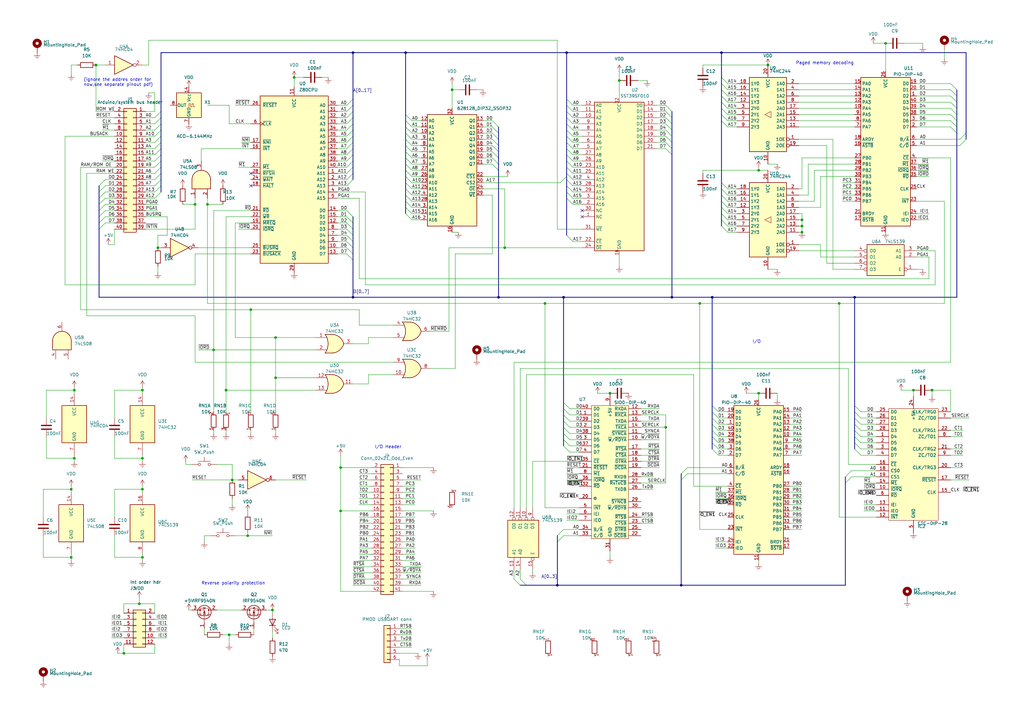
<source format=kicad_sch>
(kicad_sch (version 20211123) (generator eeschema)
  (paper "A3")
  (title_block (title "Z80 Computer main board") (date "2022-01-24") (rev "1.0") (company "Pythons inc."))
  (junction (at 314.96 26.67))
  (junction (at 111.76 250.19))
  (junction (at 102.87 127))
  (junction (at 30.48 160.02))
  (junction (at 139.7 191.77))
  (junction (at 57.15 247.65))
  (junction (at 228.6 240.03))
  (junction (at 328.93 90.17))
  (junction (at 113.03 154.94))
  (junction (at 374.65 160.02))
  (junction (at 231.14 121.92))
  (junction (at 101.6 219.71))
  (junction (at 92.71 160.02))
  (junction (at 254 33.02))
  (junction (at 95.25 196.85))
  (junction (at 58.42 228.6))
  (junction (at 232.41 21.59))
  (junction (at 328.93 92.71))
  (junction (at 29.21 200.66))
  (junction (at 30.48 187.96))
  (junction (at 250.19 161.29))
  (junction (at 58.42 187.96))
  (junction (at 279.4 240.03))
  (junction (at 207.01 101.6))
  (junction (at 58.42 160.02))
  (junction (at 80.01 83.82))
  (junction (at 382.27 160.02))
  (junction (at 166.37 21.59))
  (junction (at 311.15 161.29))
  (junction (at 93.98 260.35))
  (junction (at 328.93 95.25))
  (junction (at 64.77 101.6))
  (junction (at 58.42 200.66))
  (junction (at 50.8 267.97))
  (junction (at 185.42 36.83))
  (junction (at 350.52 121.92))
  (junction (at 344.17 124.46))
  (junction (at 29.21 228.6))
  (junction (at 139.7 209.55))
  (junction (at 113.03 138.43))
  (junction (at 311.15 69.85))
  (junction (at 275.59 121.92))
  (junction (at 287.02 124.46))
  (junction (at 273.05 175.26))
  (junction (at 87.63 143.51))
  (junction (at 223.52 124.46))
  (junction (at 204.47 121.92))
  (junction (at 295.91 21.59))
  (junction (at 85.09 83.82))
  (junction (at 144.78 121.92))
  (junction (at 144.78 21.59))
  (junction (at 363.22 17.78))
  (junction (at 292.1 121.92))
  (junction (at 39.37 26.67))
  (junction (at 120.65 31.75))
  (no_connect (at 238.76 86.36))
  (no_connect (at 238.76 88.9))
  (no_connect (at 102.87 71.12))
  (no_connect (at 102.87 76.2))
  (bus_entry (at 295.91 92.71) (size 2.54 2.54))
  (bus_entry (at 231.14 172.72) (size 2.54 2.54))
  (bus_entry (at 279.4 196.85) (size 2.54 -2.54))
  (bus_entry (at 273.05 58.42) (size 2.54 2.54))
  (bus_entry (at 295.91 82.55) (size 2.54 2.54))
  (bus_entry (at 168.91 69.85) (size -2.54 -2.54))
  (bus_entry (at 234.95 73.66) (size -2.54 -2.54))
  (bus_entry (at 166.37 85.09) (size 2.54 2.54))
  (bus_entry (at 393.7 59.69) (size 2.54 -2.54))
  (bus_entry (at 393.7 57.15) (size 2.54 -2.54))
  (bus_entry (at 168.91 64.77) (size -2.54 -2.54))
  (bus_entry (at 201.93 49.53) (size 2.54 2.54))
  (bus_entry (at 392.43 41.91) (size -2.54 -2.54))
  (bus_entry (at 142.24 71.12) (size 2.54 -2.54))
  (bus_entry (at 295.91 49.53) (size 2.54 2.54))
  (bus_entry (at 66.04 45.72) (size -2.54 2.54))
  (bus_entry (at 168.91 67.31) (size -2.54 -2.54))
  (bus_entry (at 231.14 217.17) (size -2.54 2.54))
  (bus_entry (at 231.14 219.71) (size -2.54 2.54))
  (bus_entry (at 234.95 68.58) (size -2.54 -2.54))
  (bus_entry (at 346.71 198.12) (size 2.54 -2.54))
  (bus_entry (at 292.1 181.61) (size 2.54 2.54))
  (bus_entry (at 201.93 67.31) (size 2.54 2.54))
  (bus_entry (at 142.24 58.42) (size 2.54 -2.54))
  (bus_entry (at 231.14 182.88) (size 2.54 2.54))
  (bus_entry (at 66.04 68.58) (size -2.54 2.54))
  (bus_entry (at 231.14 175.26) (size 2.54 2.54))
  (bus_entry (at 295.91 80.01) (size 2.54 2.54))
  (bus_entry (at 295.91 44.45) (size 2.54 2.54))
  (bus_entry (at 66.04 50.8) (size -2.54 2.54))
  (bus_entry (at 350.52 184.15) (size 2.54 2.54))
  (bus_entry (at 273.05 45.72) (size 2.54 2.54))
  (bus_entry (at 234.95 45.72) (size -2.54 -2.54))
  (bus_entry (at 166.37 87.63) (size 2.54 2.54))
  (bus_entry (at 142.24 53.34) (size 2.54 -2.54))
  (bus_entry (at 273.05 60.96) (size 2.54 2.54))
  (bus_entry (at 234.95 58.42) (size -2.54 -2.54))
  (bus_entry (at 213.36 240.03) (size -2.54 -2.54))
  (bus_entry (at 231.14 177.8) (size 2.54 2.54))
  (bus_entry (at 234.95 76.2) (size -2.54 -2.54))
  (bus_entry (at 40.64 91.44) (size 2.54 -2.54))
  (bus_entry (at 142.24 86.36) (size 2.54 2.54))
  (bus_entry (at 142.24 93.98) (size 2.54 2.54))
  (bus_entry (at 142.24 104.14) (size 2.54 2.54))
  (bus_entry (at 142.24 101.6) (size 2.54 2.54))
  (bus_entry (at 142.24 96.52) (size 2.54 2.54))
  (bus_entry (at 142.24 99.06) (size 2.54 2.54))
  (bus_entry (at 142.24 91.44) (size 2.54 2.54))
  (bus_entry (at 142.24 88.9) (size 2.54 2.54))
  (bus_entry (at 66.04 78.74) (size -2.54 2.54))
  (bus_entry (at 350.52 181.61) (size 2.54 2.54))
  (bus_entry (at 40.64 88.9) (size 2.54 -2.54))
  (bus_entry (at 142.24 63.5) (size 2.54 -2.54))
  (bus_entry (at 292.1 184.15) (size 2.54 2.54))
  (bus_entry (at 201.93 54.61) (size 2.54 2.54))
  (bus_entry (at 231.14 167.64) (size 2.54 2.54))
  (bus_entry (at 66.04 63.5) (size -2.54 2.54))
  (bus_entry (at 40.64 78.74) (size 2.54 -2.54))
  (bus_entry (at 292.1 168.91) (size 2.54 2.54))
  (bus_entry (at 292.1 173.99) (size 2.54 2.54))
  (bus_entry (at 295.91 74.93) (size 2.54 2.54))
  (bus_entry (at 168.91 59.69) (size -2.54 -2.54))
  (bus_entry (at 295.91 90.17) (size 2.54 2.54))
  (bus_entry (at 295.91 39.37) (size 2.54 2.54))
  (bus_entry (at 168.91 74.93) (size -2.54 -2.54))
  (bus_entry (at 292.1 176.53) (size 2.54 2.54))
  (bus_entry (at 234.95 55.88) (size -2.54 -2.54))
  (bus_entry (at 168.91 80.01) (size -2.54 -2.54))
  (bus_entry (at 168.91 62.23) (size -2.54 -2.54))
  (bus_entry (at 295.91 87.63) (size 2.54 2.54))
  (bus_entry (at 168.91 77.47) (size -2.54 -2.54))
  (bus_entry (at 66.04 48.26) (size -2.54 2.54))
  (bus_entry (at 234.95 71.12) (size -2.54 -2.54))
  (bus_entry (at 234.95 50.8) (size -2.54 -2.54))
  (bus_entry (at 201.93 64.77) (size 2.54 2.54))
  (bus_entry (at 350.52 173.99) (size 2.54 2.54))
  (bus_entry (at 234.95 60.96) (size -2.54 -2.54))
  (bus_entry (at 295.91 31.75) (size 2.54 2.54))
  (bus_entry (at 392.43 46.99) (size -2.54 -2.54))
  (bus_entry (at 273.05 43.18) (size 2.54 2.54))
  (bus_entry (at 66.04 76.2) (size -2.54 2.54))
  (bus_entry (at 273.05 50.8) (size 2.54 2.54))
  (bus_entry (at 392.43 54.61) (size -2.54 -2.54))
  (bus_entry (at 392.43 52.07) (size -2.54 -2.54))
  (bus_entry (at 40.64 93.98) (size 2.54 -2.54))
  (bus_entry (at 201.93 62.23) (size 2.54 2.54))
  (bus_entry (at 234.95 53.34) (size -2.54 -2.54))
  (bus_entry (at 234.95 63.5) (size -2.54 -2.54))
  (bus_entry (at 232.41 81.28) (size 2.54 2.54))
  (bus_entry (at 232.41 78.74) (size 2.54 2.54))
  (bus_entry (at 232.41 76.2) (size 2.54 2.54))
  (bus_entry (at 168.91 72.39) (size -2.54 -2.54))
  (bus_entry (at 231.14 165.1) (size 2.54 2.54))
  (bus_entry (at 66.04 66.04) (size -2.54 2.54))
  (bus_entry (at 229.87 74.93) (size 2.54 -2.54))
  (bus_entry (at 66.04 71.12) (size -2.54 2.54))
  (bus_entry (at 273.05 53.34) (size 2.54 2.54))
  (bus_entry (at 231.14 170.18) (size 2.54 2.54))
  (bus_entry (at 350.52 176.53) (size 2.54 2.54))
  (bus_entry (at 292.1 166.37) (size 2.54 2.54))
  (bus_entry (at 168.91 54.61) (size -2.54 -2.54))
  (bus_entry (at 234.95 66.04) (size -2.54 -2.54))
  (bus_entry (at 168.91 49.53) (size -2.54 -2.54))
  (bus_entry (at 350.52 179.07) (size 2.54 2.54))
  (bus_entry (at 295.91 46.99) (size 2.54 2.54))
  (bus_entry (at 295.91 85.09) (size 2.54 2.54))
  (bus_entry (at 215.9 240.03) (size -2.54 -2.54))
  (bus_entry (at 142.24 45.72) (size 2.54 -2.54))
  (bus_entry (at 350.52 171.45) (size 2.54 2.54))
  (bus_entry (at 292.1 179.07) (size 2.54 2.54))
  (bus_entry (at 142.24 76.2) (size 2.54 -2.54))
  (bus_entry (at 66.04 53.34) (size -2.54 2.54))
  (bus_entry (at 168.91 52.07) (size -2.54 -2.54))
  (bus_entry (at 40.64 81.28) (size 2.54 -2.54))
  (bus_entry (at 234.95 43.18) (size -2.54 -2.54))
  (bus_entry (at 40.64 83.82) (size 2.54 -2.54))
  (bus_entry (at 66.04 73.66) (size -2.54 2.54))
  (bus_entry (at 279.4 194.31) (size 2.54 -2.54))
  (bus_entry (at 66.04 60.96) (size -2.54 2.54))
  (bus_entry (at 392.43 39.37) (size -2.54 -2.54))
  (bus_entry (at 66.04 55.88) (size -2.54 2.54))
  (bus_entry (at 201.93 57.15) (size 2.54 2.54))
  (bus_entry (at 232.41 96.52) (size 2.54 2.54))
  (bus_entry (at 168.91 82.55) (size -2.54 -2.54))
  (bus_entry (at 142.24 73.66) (size 2.54 -2.54))
  (bus_entry (at 350.52 166.37) (size 2.54 2.54))
  (bus_entry (at 142.24 55.88) (size 2.54 -2.54))
  (bus_entry (at 166.37 82.55) (size 2.54 2.54))
  (bus_entry (at 142.24 43.18) (size 2.54 -2.54))
  (bus_entry (at 273.05 48.26) (size 2.54 2.54))
  (bus_entry (at 40.64 86.36) (size 2.54 -2.54))
  (bus_entry (at 392.43 36.83) (size -2.54 -2.54))
  (bus_entry (at 142.24 66.04) (size 2.54 -2.54))
  (bus_entry (at 142.24 50.8) (size 2.54 -2.54))
  (bus_entry (at 295.91 34.29) (size 2.54 2.54))
  (bus_entry (at 295.91 77.47) (size 2.54 2.54))
  (bus_entry (at 231.14 180.34) (size 2.54 2.54))
  (bus_entry (at 168.91 57.15) (size -2.54 -2.54))
  (bus_entry (at 142.24 48.26) (size 2.54 -2.54))
  (bus_entry (at 234.95 48.26) (size -2.54 -2.54))
  (bus_entry (at 292.1 171.45) (size 2.54 2.54))
  (bus_entry (at 40.64 76.2) (size 2.54 -2.54))
  (bus_entry (at 142.24 60.96) (size 2.54 -2.54))
  (bus_entry (at 392.43 44.45) (size -2.54 -2.54))
  (bus_entry (at 295.91 41.91) (size 2.54 2.54))
  (bus_entry (at 392.43 49.53) (size -2.54 -2.54))
  (bus_entry (at 350.52 168.91) (size 2.54 2.54))
  (bus_entry (at 66.04 58.42) (size -2.54 2.54))
  (bus_entry (at 346.71 195.58) (size 2.54 -2.54))
  (bus_entry (at 201.93 52.07) (size 2.54 2.54))
  (bus_entry (at 295.91 36.83) (size 2.54 2.54))
  (bus_entry (at 142.24 68.58) (size 2.54 -2.54))
  (bus_entry (at 201.93 59.69) (size 2.54 2.54))
  (bus_entry (at 273.05 55.88) (size 2.54 2.54))
  (wire (pts (xy 95.25 196.85) (xy 97.79 196.85)))
  (wire (pts (xy 30.48 189.23) (xy 30.48 187.96)))
  (wire (pts (xy 60.96 38.1) (xy 63.5 38.1)))
  (wire (pts (xy 46.99 228.6) (xy 58.42 228.6)))
  (wire (pts (xy 298.45 92.71) (xy 302.26 92.71)))
  (wire (pts (xy 318.77 161.29) (xy 318.77 163.83)))
  (wire (pts (xy 97.79 93.98) (xy 102.87 93.98)))
  (wire (pts (xy 68.58 261.62) (xy 63.5 261.62)))
  (wire (pts (xy 147.32 114.3) (xy 147.32 81.28)))
  (bus (pts (xy 346.71 198.12) (xy 346.71 240.03)))
  (bus (pts (xy 232.41 45.72) (xy 232.41 43.18)))
  (wire (pts (xy 185.42 34.29) (xy 185.42 36.83)))
  (wire (pts (xy 323.85 207.01) (xy 328.93 207.01)))
  (wire (pts (xy 26.67 116.84) (xy 26.67 55.88)))
  (wire (pts (xy 213.36 151.13) (xy 347.98 151.13)))
  (wire (pts (xy 168.91 49.53) (xy 172.72 49.53)))
  (bus (pts (xy 295.91 36.83) (xy 295.91 39.37)))
  (wire (pts (xy 175.26 270.51) (xy 175.26 273.05)))
  (wire (pts (xy 334.01 69.85) (xy 350.52 69.85)))
  (wire (pts (xy 76.2 190.5) (xy 78.74 190.5)))
  (wire (pts (xy 369.57 160.02) (xy 374.65 160.02)))
  (wire (pts (xy 17.78 219.71) (xy 17.78 228.6)))
  (wire (pts (xy 269.24 48.26) (xy 273.05 48.26)))
  (wire (pts (xy 59.69 53.34) (xy 63.5 53.34)))
  (wire (pts (xy 237.49 170.18) (xy 233.68 170.18)))
  (wire (pts (xy 237.49 175.26) (xy 233.68 175.26)))
  (wire (pts (xy 336.55 100.33) (xy 327.66 100.33)))
  (wire (pts (xy 269.24 45.72) (xy 273.05 45.72)))
  (wire (pts (xy 328.93 90.17) (xy 328.93 92.71)))
  (wire (pts (xy 64.77 83.82) (xy 59.69 83.82)))
  (wire (pts (xy 375.92 46.99) (xy 389.89 46.99)))
  (bus (pts (xy 232.41 58.42) (xy 232.41 55.88)))
  (wire (pts (xy 234.95 83.82) (xy 238.76 83.82)))
  (wire (pts (xy 198.12 62.23) (xy 201.93 62.23)))
  (bus (pts (xy 40.64 81.28) (xy 40.64 83.82)))
  (wire (pts (xy 152.4 224.79) (xy 147.32 224.79)))
  (bus (pts (xy 275.59 55.88) (xy 275.59 58.42)))
  (bus (pts (xy 295.91 49.53) (xy 295.91 74.93)))
  (wire (pts (xy 339.09 107.95) (xy 350.52 107.95)))
  (wire (pts (xy 336.55 72.39) (xy 350.52 72.39)))
  (bus (pts (xy 232.41 63.5) (xy 232.41 60.96)))
  (wire (pts (xy 152.4 242.57) (xy 139.7 242.57)))
  (wire (pts (xy 43.18 76.2) (xy 46.99 76.2)))
  (bus (pts (xy 295.91 77.47) (xy 295.91 80.01)))
  (wire (pts (xy 43.18 91.44) (xy 46.99 91.44)))
  (wire (pts (xy 83.82 222.25) (xy 83.82 219.71)))
  (wire (pts (xy 59.69 81.28) (xy 63.5 81.28)))
  (bus (pts (xy 275.59 60.96) (xy 275.59 63.5)))
  (wire (pts (xy 45.72 259.08) (xy 50.8 259.08)))
  (bus (pts (xy 40.64 91.44) (xy 40.64 93.98)))
  (wire (pts (xy 306.07 161.29) (xy 311.15 161.29)))
  (bus (pts (xy 144.78 63.5) (xy 144.78 60.96)))
  (bus (pts (xy 66.04 63.5) (xy 66.04 66.04)))
  (wire (pts (xy 262.89 172.72) (xy 270.51 172.72)))
  (wire (pts (xy 298.45 87.63) (xy 302.26 87.63)))
  (bus (pts (xy 275.59 50.8) (xy 275.59 53.34)))
  (wire (pts (xy 50.8 267.97) (xy 63.5 267.97)))
  (wire (pts (xy 397.51 196.85) (xy 389.89 196.85)))
  (wire (pts (xy 298.45 77.47) (xy 302.26 77.47)))
  (wire (pts (xy 58.42 200.66) (xy 58.42 201.93)))
  (wire (pts (xy 68.58 256.54) (xy 63.5 256.54)))
  (wire (pts (xy 328.93 199.39) (xy 323.85 199.39)))
  (wire (pts (xy 87.63 176.53) (xy 87.63 177.8)))
  (wire (pts (xy 58.42 199.39) (xy 58.42 200.66)))
  (bus (pts (xy 295.91 31.75) (xy 295.91 34.29)))
  (wire (pts (xy 63.5 251.46) (xy 63.5 247.65)))
  (wire (pts (xy 345.44 80.01) (xy 350.52 80.01)))
  (wire (pts (xy 347.98 151.13) (xy 347.98 190.5)))
  (wire (pts (xy 323.85 204.47) (xy 328.93 204.47)))
  (bus (pts (xy 295.91 90.17) (xy 295.91 92.71)))
  (wire (pts (xy 287.02 124.46) (xy 287.02 217.17)))
  (wire (pts (xy 45.72 261.62) (xy 50.8 261.62)))
  (wire (pts (xy 59.69 48.26) (xy 63.5 48.26)))
  (bus (pts (xy 232.41 73.66) (xy 232.41 72.39)))
  (wire (pts (xy 58.42 189.23) (xy 58.42 187.96)))
  (bus (pts (xy 166.37 49.53) (xy 166.37 46.99)))
  (wire (pts (xy 288.29 71.12) (xy 288.29 69.85)))
  (wire (pts (xy 83.82 219.71) (xy 86.36 219.71)))
  (wire (pts (xy 375.92 39.37) (xy 389.89 39.37)))
  (bus (pts (xy 166.37 85.09) (xy 166.37 87.63)))
  (bus (pts (xy 144.78 96.52) (xy 144.78 99.06)))
  (bus (pts (xy 40.64 76.2) (xy 40.64 78.74)))
  (wire (pts (xy 142.24 76.2) (xy 138.43 76.2)))
  (wire (pts (xy 387.35 124.46) (xy 344.17 124.46)))
  (wire (pts (xy 262.89 175.26) (xy 273.05 175.26)))
  (wire (pts (xy 85.09 83.82) (xy 91.44 83.82)))
  (wire (pts (xy 186.69 104.14) (xy 186.69 151.13)))
  (wire (pts (xy 232.41 194.31) (xy 237.49 194.31)))
  (wire (pts (xy 288.29 27.94) (xy 288.29 26.67)))
  (wire (pts (xy 269.24 50.8) (xy 273.05 50.8)))
  (wire (pts (xy 85.09 124.46) (xy 223.52 124.46)))
  (bus (pts (xy 144.78 60.96) (xy 144.78 58.42)))
  (wire (pts (xy 91.44 260.35) (xy 93.98 260.35)))
  (bus (pts (xy 166.37 69.85) (xy 166.37 67.31)))
  (wire (pts (xy 64.77 96.52) (xy 64.77 101.6)))
  (wire (pts (xy 341.63 110.49) (xy 350.52 110.49)))
  (wire (pts (xy 201.93 104.14) (xy 186.69 104.14)))
  (bus (pts (xy 295.91 34.29) (xy 295.91 36.83)))
  (wire (pts (xy 58.42 26.67) (xy 60.96 26.67)))
  (bus (pts (xy 228.6 219.71) (xy 228.6 222.25)))
  (wire (pts (xy 234.95 53.34) (xy 238.76 53.34)))
  (wire (pts (xy 147.32 199.39) (xy 152.4 199.39)))
  (wire (pts (xy 111.76 261.62) (xy 111.76 259.08)))
  (wire (pts (xy 168.91 260.35) (xy 163.83 260.35)))
  (wire (pts (xy 92.71 160.02) (xy 129.54 160.02)))
  (bus (pts (xy 292.1 168.91) (xy 292.1 171.45)))
  (wire (pts (xy 298.45 80.01) (xy 302.26 80.01)))
  (wire (pts (xy 59.69 78.74) (xy 63.5 78.74)))
  (wire (pts (xy 147.32 133.35) (xy 147.32 127)))
  (bus (pts (xy 144.78 58.42) (xy 144.78 55.88)))
  (wire (pts (xy 232.41 196.85) (xy 237.49 196.85)))
  (wire (pts (xy 138.43 104.14) (xy 142.24 104.14)))
  (wire (pts (xy 383.54 116.84) (xy 383.54 102.87)))
  (bus (pts (xy 295.91 80.01) (xy 295.91 82.55)))
  (wire (pts (xy 165.1 232.41) (xy 172.72 232.41)))
  (wire (pts (xy 298.45 85.09) (xy 302.26 85.09)))
  (wire (pts (xy 327.66 82.55) (xy 334.01 82.55)))
  (wire (pts (xy 328.93 92.71) (xy 327.66 92.71)))
  (wire (pts (xy 58.42 228.6) (xy 58.42 227.33)))
  (wire (pts (xy 96.52 219.71) (xy 101.6 219.71)))
  (wire (pts (xy 151.13 138.43) (xy 161.29 138.43)))
  (bus (pts (xy 231.14 165.1) (xy 231.14 167.64)))
  (wire (pts (xy 152.4 217.17) (xy 147.32 217.17)))
  (wire (pts (xy 165.1 199.39) (xy 170.18 199.39)))
  (bus (pts (xy 66.04 50.8) (xy 66.04 53.34)))
  (bus (pts (xy 204.47 64.77) (xy 204.47 67.31)))
  (wire (pts (xy 254 33.02) (xy 254 40.64)))
  (bus (pts (xy 392.43 44.45) (xy 392.43 41.91)))
  (wire (pts (xy 29.21 228.6) (xy 29.21 227.33)))
  (bus (pts (xy 292.1 171.45) (xy 292.1 173.99)))
  (wire (pts (xy 314.96 67.31) (xy 318.77 67.31)))
  (wire (pts (xy 45.72 254) (xy 50.8 254)))
  (wire (pts (xy 81.28 143.51) (xy 87.63 143.51)))
  (wire (pts (xy 165.1 217.17) (xy 170.18 217.17)))
  (wire (pts (xy 234.95 50.8) (xy 238.76 50.8)))
  (wire (pts (xy 59.69 93.98) (xy 80.01 93.98)))
  (wire (pts (xy 132.08 31.75) (xy 134.62 31.75)))
  (wire (pts (xy 218.44 234.95) (xy 218.44 233.68)))
  (wire (pts (xy 29.21 229.87) (xy 29.21 228.6)))
  (wire (pts (xy 93.98 43.18) (xy 93.98 50.8)))
  (bus (pts (xy 232.41 76.2) (xy 232.41 78.74)))
  (wire (pts (xy 311.15 161.29) (xy 311.15 163.83)))
  (wire (pts (xy 381 114.3) (xy 147.32 114.3)))
  (wire (pts (xy 394.97 179.07) (xy 389.89 179.07)))
  (wire (pts (xy 323.85 214.63) (xy 328.93 214.63)))
  (wire (pts (xy 298.45 36.83) (xy 302.26 36.83)))
  (bus (pts (xy 66.04 58.42) (xy 66.04 60.96)))
  (wire (pts (xy 17.78 228.6) (xy 29.21 228.6)))
  (wire (pts (xy 288.29 69.85) (xy 311.15 69.85)))
  (wire (pts (xy 281.94 194.31) (xy 298.45 194.31)))
  (wire (pts (xy 39.37 26.67) (xy 43.18 26.67)))
  (wire (pts (xy 168.91 257.81) (xy 163.83 257.81)))
  (wire (pts (xy 287.02 124.46) (xy 344.17 124.46)))
  (wire (pts (xy 152.4 214.63) (xy 147.32 214.63)))
  (wire (pts (xy 43.18 88.9) (xy 46.99 88.9)))
  (wire (pts (xy 165.1 229.87) (xy 170.18 229.87)))
  (wire (pts (xy 394.97 186.69) (xy 389.89 186.69)))
  (wire (pts (xy 168.91 69.85) (xy 172.72 69.85)))
  (wire (pts (xy 43.18 86.36) (xy 46.99 86.36)))
  (bus (pts (xy 66.04 48.26) (xy 66.04 50.8)))
  (bus (pts (xy 232.41 81.28) (xy 232.41 96.52)))
  (wire (pts (xy 198.12 64.77) (xy 201.93 64.77)))
  (wire (pts (xy 168.91 74.93) (xy 172.72 74.93)))
  (bus (pts (xy 396.24 21.59) (xy 396.24 54.61)))
  (wire (pts (xy 328.93 64.77) (xy 350.52 64.77)))
  (wire (pts (xy 29.21 30.48) (xy 29.21 26.67)))
  (wire (pts (xy 168.91 62.23) (xy 172.72 62.23)))
  (wire (pts (xy 298.45 173.99) (xy 294.64 173.99)))
  (wire (pts (xy 359.41 168.91) (xy 353.06 168.91)))
  (wire (pts (xy 168.91 54.61) (xy 172.72 54.61)))
  (wire (pts (xy 80.01 129.54) (xy 35.56 129.54)))
  (bus (pts (xy 350.52 173.99) (xy 350.52 176.53)))
  (wire (pts (xy 138.43 101.6) (xy 142.24 101.6)))
  (wire (pts (xy 35.56 71.12) (xy 35.56 129.54)))
  (wire (pts (xy 328.93 77.47) (xy 327.66 77.47)))
  (wire (pts (xy 298.45 52.07) (xy 302.26 52.07)))
  (wire (pts (xy 327.66 41.91) (xy 350.52 41.91)))
  (bus (pts (xy 40.64 78.74) (xy 40.64 81.28)))
  (wire (pts (xy 288.29 26.67) (xy 314.96 26.67)))
  (bus (pts (xy 231.14 180.34) (xy 231.14 182.88)))
  (wire (pts (xy 33.02 68.58) (xy 46.99 68.58)))
  (wire (pts (xy 80.01 104.14) (xy 80.01 116.84)))
  (wire (pts (xy 215.9 153.67) (xy 284.48 153.67)))
  (bus (pts (xy 275.59 58.42) (xy 275.59 60.96)))
  (wire (pts (xy 354.33 198.12) (xy 359.41 198.12)))
  (bus (pts (xy 166.37 52.07) (xy 166.37 49.53)))
  (wire (pts (xy 237.49 167.64) (xy 233.68 167.64)))
  (wire (pts (xy 95.25 207.01) (xy 95.25 204.47)))
  (wire (pts (xy 298.45 95.25) (xy 302.26 95.25)))
  (wire (pts (xy 213.36 151.13) (xy 213.36 208.28)))
  (wire (pts (xy 165.1 214.63) (xy 170.18 214.63)))
  (wire (pts (xy 323.85 179.07) (xy 328.93 179.07)))
  (wire (pts (xy 165.1 224.79) (xy 170.18 224.79)))
  (bus (pts (xy 350.52 171.45) (xy 350.52 173.99)))
  (wire (pts (xy 50.8 264.16) (xy 50.8 267.97)))
  (wire (pts (xy 168.91 72.39) (xy 172.72 72.39)))
  (wire (pts (xy 234.95 60.96) (xy 238.76 60.96)))
  (wire (pts (xy 113.03 154.94) (xy 129.54 154.94)))
  (wire (pts (xy 80.01 104.14) (xy 102.87 104.14)))
  (bus (pts (xy 166.37 74.93) (xy 166.37 72.39)))
  (wire (pts (xy 262.89 184.15) (xy 270.51 184.15)))
  (wire (pts (xy 138.43 86.36) (xy 142.24 86.36)))
  (bus (pts (xy 166.37 21.59) (xy 232.41 21.59)))
  (bus (pts (xy 144.78 101.6) (xy 144.78 104.14)))
  (wire (pts (xy 269.24 53.34) (xy 273.05 53.34)))
  (wire (pts (xy 68.58 96.52) (xy 64.77 96.52)))
  (wire (pts (xy 147.32 201.93) (xy 152.4 201.93)))
  (bus (pts (xy 144.78 106.68) (xy 144.78 121.92)))
  (bus (pts (xy 392.43 39.37) (xy 392.43 36.83)))
  (wire (pts (xy 168.91 59.69) (xy 172.72 59.69)))
  (wire (pts (xy 207.01 77.47) (xy 198.12 77.47)))
  (wire (pts (xy 298.45 199.39) (xy 284.48 199.39)))
  (wire (pts (xy 46.99 71.12) (xy 35.56 71.12)))
  (wire (pts (xy 293.37 204.47) (xy 298.45 204.47)))
  (wire (pts (xy 142.24 53.34) (xy 138.43 53.34)))
  (wire (pts (xy 363.22 17.78) (xy 363.22 29.21)))
  (wire (pts (xy 41.91 66.04) (xy 46.99 66.04)))
  (bus (pts (xy 350.52 179.07) (xy 350.52 181.61)))
  (wire (pts (xy 85.09 81.28) (xy 85.09 83.82)))
  (wire (pts (xy 185.42 36.83) (xy 185.42 44.45)))
  (wire (pts (xy 185.42 36.83) (xy 187.96 36.83)))
  (wire (pts (xy 234.95 73.66) (xy 238.76 73.66)))
  (wire (pts (xy 336.55 105.41) (xy 336.55 100.33)))
  (bus (pts (xy 166.37 77.47) (xy 166.37 74.93)))
  (wire (pts (xy 328.93 95.25) (xy 327.66 95.25)))
  (wire (pts (xy 231.14 217.17) (xy 237.49 217.17)))
  (wire (pts (xy 234.95 71.12) (xy 238.76 71.12)))
  (wire (pts (xy 267.97 212.09) (xy 262.89 212.09)))
  (wire (pts (xy 60.96 26.67) (xy 60.96 16.51)))
  (wire (pts (xy 298.45 46.99) (xy 302.26 46.99)))
  (bus (pts (xy 231.14 177.8) (xy 231.14 180.34)))
  (wire (pts (xy 328.93 87.63) (xy 328.93 90.17)))
  (wire (pts (xy 152.4 212.09) (xy 147.32 212.09)))
  (wire (pts (xy 234.95 81.28) (xy 238.76 81.28)))
  (wire (pts (xy 323.85 173.99) (xy 328.93 173.99)))
  (wire (pts (xy 30.48 160.02) (xy 19.05 160.02)))
  (wire (pts (xy 46.99 200.66) (xy 46.99 212.09)))
  (wire (pts (xy 331.47 80.01) (xy 327.66 80.01)))
  (wire (pts (xy 59.69 88.9) (xy 68.58 88.9)))
  (bus (pts (xy 66.04 73.66) (xy 66.04 76.2)))
  (bus (pts (xy 232.41 72.39) (xy 232.41 71.12)))
  (bus (pts (xy 144.78 43.18) (xy 144.78 40.64)))
  (wire (pts (xy 165.1 204.47) (xy 170.18 204.47)))
  (wire (pts (xy 284.48 199.39) (xy 284.48 153.67)))
  (wire (pts (xy 314.96 110.49) (xy 318.77 110.49)))
  (wire (pts (xy 139.7 191.77) (xy 139.7 209.55)))
  (bus (pts (xy 346.71 198.12) (xy 346.71 195.58)))
  (bus (pts (xy 232.41 71.12) (xy 232.41 68.58)))
  (wire (pts (xy 93.98 50.8) (xy 102.87 50.8)))
  (wire (pts (xy 232.41 210.82) (xy 237.49 210.82)))
  (wire (pts (xy 149.86 116.84) (xy 383.54 116.84)))
  (bus (pts (xy 292.1 121.92) (xy 292.1 166.37)))
  (wire (pts (xy 59.69 73.66) (xy 63.5 73.66)))
  (bus (pts (xy 295.91 46.99) (xy 295.91 49.53)))
  (bus (pts (xy 231.14 121.92) (xy 275.59 121.92)))
  (wire (pts (xy 138.43 96.52) (xy 142.24 96.52)))
  (wire (pts (xy 165.1 242.57) (xy 177.8 242.57)))
  (wire (pts (xy 234.95 76.2) (xy 238.76 76.2)))
  (wire (pts (xy 262.89 189.23) (xy 270.51 189.23)))
  (bus (pts (xy 144.78 104.14) (xy 144.78 106.68)))
  (wire (pts (xy 328.93 87.63) (xy 327.66 87.63)))
  (wire (pts (xy 30.48 160.02) (xy 30.48 161.29)))
  (wire (pts (xy 345.44 82.55) (xy 350.52 82.55)))
  (wire (pts (xy 327.66 46.99) (xy 350.52 46.99)))
  (wire (pts (xy 58.42 200.66) (xy 46.99 200.66)))
  (bus (pts (xy 232.41 60.96) (xy 232.41 58.42)))
  (wire (pts (xy 142.24 58.42) (xy 138.43 58.42)))
  (wire (pts (xy 323.85 184.15) (xy 328.93 184.15)))
  (wire (pts (xy 298.45 39.37) (xy 302.26 39.37)))
  (wire (pts (xy 269.24 58.42) (xy 273.05 58.42)))
  (wire (pts (xy 39.37 26.67) (xy 39.37 45.72)))
  (bus (pts (xy 292.1 173.99) (xy 292.1 176.53)))
  (wire (pts (xy 87.63 143.51) (xy 129.54 143.51)))
  (wire (pts (xy 323.85 176.53) (xy 328.93 176.53)))
  (wire (pts (xy 142.24 68.58) (xy 138.43 68.58)))
  (wire (pts (xy 26.67 55.88) (xy 46.99 55.88)))
  (wire (pts (xy 267.97 200.66) (xy 262.89 200.66)))
  (bus (pts (xy 350.52 121.92) (xy 392.43 121.92)))
  (bus (pts (xy 295.91 85.09) (xy 295.91 87.63)))
  (wire (pts (xy 344.17 124.46) (xy 344.17 212.09)))
  (wire (pts (xy 298.45 90.17) (xy 302.26 90.17)))
  (wire (pts (xy 57.15 247.65) (xy 57.15 245.11)))
  (bus (pts (xy 144.78 55.88) (xy 144.78 53.34)))
  (wire (pts (xy 102.87 176.53) (xy 102.87 177.8)))
  (wire (pts (xy 375.92 41.91) (xy 389.89 41.91)))
  (wire (pts (xy 88.9 190.5) (xy 95.25 190.5)))
  (wire (pts (xy 46.99 187.96) (xy 58.42 187.96)))
  (bus (pts (xy 144.78 88.9) (xy 144.78 91.44)))
  (wire (pts (xy 358.14 17.78) (xy 363.22 17.78)))
  (wire (pts (xy 46.99 219.71) (xy 46.99 228.6)))
  (bus (pts (xy 231.14 175.26) (xy 231.14 177.8)))
  (bus (pts (xy 232.41 66.04) (xy 232.41 63.5)))
  (wire (pts (xy 33.02 68.58) (xy 33.02 127)))
  (wire (pts (xy 168.91 57.15) (xy 172.72 57.15)))
  (wire (pts (xy 58.42 160.02) (xy 58.42 161.29)))
  (bus (pts (xy 232.41 55.88) (xy 232.41 53.34)))
  (wire (pts (xy 327.66 52.07) (xy 350.52 52.07)))
  (wire (pts (xy 17.78 200.66) (xy 17.78 212.09)))
  (bus (pts (xy 292.1 181.61) (xy 292.1 184.15)))
  (wire (pts (xy 144.78 157.48) (xy 151.13 157.48)))
  (wire (pts (xy 234.95 66.04) (xy 238.76 66.04)))
  (wire (pts (xy 138.43 91.44) (xy 142.24 91.44)))
  (wire (pts (xy 262.89 186.69) (xy 270.51 186.69)))
  (wire (pts (xy 381 69.85) (xy 375.92 69.85)))
  (wire (pts (xy 92.71 176.53) (xy 92.71 177.8)))
  (wire (pts (xy 165.1 240.03) (xy 172.72 240.03)))
  (wire (pts (xy 113.03 138.43) (xy 113.03 154.94)))
  (wire (pts (xy 223.52 124.46) (xy 287.02 124.46)))
  (wire (pts (xy 210.82 148.59) (xy 210.82 208.28)))
  (wire (pts (xy 85.09 43.18) (xy 93.98 43.18)))
  (wire (pts (xy 46.99 45.72) (xy 39.37 45.72)))
  (wire (pts (xy 59.69 68.58) (xy 63.5 68.58)))
  (bus (pts (xy 295.91 21.59) (xy 396.24 21.59)))
  (wire (pts (xy 142.24 66.04) (xy 138.43 66.04)))
  (wire (pts (xy 92.71 88.9) (xy 102.87 88.9)))
  (wire (pts (xy 298.45 49.53) (xy 302.26 49.53)))
  (wire (pts (xy 323.85 186.69) (xy 328.93 186.69)))
  (bus (pts (xy 144.78 91.44) (xy 144.78 93.98)))
  (wire (pts (xy 198.12 52.07) (xy 201.93 52.07)))
  (wire (pts (xy 293.37 224.79) (xy 298.45 224.79)))
  (bus (pts (xy 66.04 66.04) (xy 66.04 68.58)))
  (wire (pts (xy 234.95 78.74) (xy 238.76 78.74)))
  (wire (pts (xy 375.92 57.15) (xy 393.7 57.15)))
  (wire (pts (xy 43.18 78.74) (xy 46.99 78.74)))
  (wire (pts (xy 29.21 26.67) (xy 31.75 26.67)))
  (bus (pts (xy 292.1 166.37) (xy 292.1 168.91)))
  (wire (pts (xy 161.29 133.35) (xy 147.32 133.35)))
  (bus (pts (xy 215.9 240.03) (xy 228.6 240.03)))
  (bus (pts (xy 232.41 50.8) (xy 232.41 48.26)))
  (wire (pts (xy 138.43 78.74) (xy 149.86 78.74)))
  (wire (pts (xy 30.48 158.75) (xy 30.48 160.02)))
  (wire (pts (xy 375.92 44.45) (xy 389.89 44.45)))
  (wire (pts (xy 228.6 93.98) (xy 238.76 93.98)))
  (wire (pts (xy 184.15 101.6) (xy 207.01 101.6)))
  (wire (pts (xy 58.42 160.02) (xy 46.99 160.02)))
  (wire (pts (xy 323.85 217.17) (xy 328.93 217.17)))
  (wire (pts (xy 80.01 116.84) (xy 26.67 116.84)))
  (wire (pts (xy 298.45 82.55) (xy 302.26 82.55)))
  (wire (pts (xy 375.92 36.83) (xy 389.89 36.83)))
  (wire (pts (xy 198.12 74.93) (xy 229.87 74.93)))
  (wire (pts (xy 228.6 16.51) (xy 228.6 93.98)))
  (wire (pts (xy 375.92 59.69) (xy 393.7 59.69)))
  (bus (pts (xy 346.71 240.03) (xy 279.4 240.03)))
  (wire (pts (xy 269.24 60.96) (xy 273.05 60.96)))
  (wire (pts (xy 375.92 49.53) (xy 389.89 49.53)))
  (wire (pts (xy 50.8 247.65) (xy 57.15 247.65)))
  (wire (pts (xy 389.89 160.02) (xy 382.27 160.02)))
  (wire (pts (xy 370.84 17.78) (xy 378.46 17.78)))
  (wire (pts (xy 298.45 186.69) (xy 294.64 186.69)))
  (wire (pts (xy 298.45 179.07) (xy 294.64 179.07)))
  (bus (pts (xy 350.52 181.61) (xy 350.52 184.15)))
  (wire (pts (xy 327.66 44.45) (xy 350.52 44.45)))
  (bus (pts (xy 40.64 121.92) (xy 144.78 121.92)))
  (wire (pts (xy 96.52 91.44) (xy 96.52 138.43)))
  (wire (pts (xy 323.85 201.93) (xy 328.93 201.93)))
  (wire (pts (xy 394.97 176.53) (xy 389.89 176.53)))
  (wire (pts (xy 78.74 196.85) (xy 95.25 196.85)))
  (bus (pts (xy 350.52 176.53) (xy 350.52 179.07)))
  (wire (pts (xy 168.91 80.01) (xy 172.72 80.01)))
  (bus (pts (xy 279.4 194.31) (xy 279.4 196.85)))
  (wire (pts (xy 359.41 171.45) (xy 353.06 171.45)))
  (wire (pts (xy 267.97 214.63) (xy 262.89 214.63)))
  (wire (pts (xy 168.91 77.47) (xy 172.72 77.47)))
  (wire (pts (xy 234.95 63.5) (xy 238.76 63.5)))
  (wire (pts (xy 331.47 67.31) (xy 331.47 80.01)))
  (bus (pts (xy 144.78 93.98) (xy 144.78 96.52)))
  (wire (pts (xy 378.46 17.78) (xy 378.46 19.05)))
  (wire (pts (xy 92.71 160.02) (xy 92.71 168.91)))
  (wire (pts (xy 223.52 124.46) (xy 223.52 208.28)))
  (wire (pts (xy 142.24 45.72) (xy 138.43 45.72)))
  (wire (pts (xy 124.46 31.75) (xy 120.65 31.75)))
  (wire (pts (xy 113.03 154.94) (xy 113.03 168.91)))
  (wire (pts (xy 58.42 187.96) (xy 58.42 186.69)))
  (bus (pts (xy 166.37 21.59) (xy 166.37 46.99)))
  (wire (pts (xy 101.6 219.71) (xy 101.6 218.44)))
  (wire (pts (xy 218.44 189.23) (xy 237.49 189.23)))
  (bus (pts (xy 392.43 54.61) (xy 392.43 52.07)))
  (wire (pts (xy 151.13 140.97) (xy 151.13 138.43)))
  (wire (pts (xy 80.01 81.28) (xy 80.01 83.82)))
  (wire (pts (xy 142.24 63.5) (xy 138.43 63.5)))
  (wire (pts (xy 262.89 167.64) (xy 270.51 167.64)))
  (wire (pts (xy 81.28 101.6) (xy 102.87 101.6)))
  (wire (pts (xy 58.42 229.87) (xy 58.42 228.6)))
  (bus (pts (xy 144.78 45.72) (xy 144.78 43.18)))
  (wire (pts (xy 147.32 204.47) (xy 152.4 204.47)))
  (bus (pts (xy 144.78 48.26) (xy 144.78 45.72)))
  (wire (pts (xy 99.06 58.42) (xy 102.87 58.42)))
  (wire (pts (xy 142.24 71.12) (xy 138.43 71.12)))
  (bus (pts (xy 66.04 45.72) (xy 66.04 48.26)))
  (wire (pts (xy 287.02 217.17) (xy 298.45 217.17)))
  (wire (pts (xy 46.99 179.07) (xy 46.99 187.96)))
  (wire (pts (xy 138.43 81.28) (xy 147.32 81.28)))
  (wire (pts (xy 231.14 219.71) (xy 237.49 219.71)))
  (wire (pts (xy 234.95 99.06) (xy 238.76 99.06)))
  (wire (pts (xy 328.93 92.71) (xy 328.93 95.25)))
  (wire (pts (xy 165.1 237.49) (xy 172.72 237.49)))
  (wire (pts (xy 111.76 251.46) (xy 111.76 250.19)))
  (wire (pts (xy 46.99 93.98) (xy 46.99 100.33)))
  (wire (pts (xy 168.91 67.31) (xy 172.72 67.31)))
  (wire (pts (xy 323.85 209.55) (xy 328.93 209.55)))
  (wire (pts (xy 293.37 201.93) (xy 298.45 201.93)))
  (bus (pts (xy 392.43 41.91) (xy 392.43 39.37)))
  (bus (pts (xy 204.47 62.23) (xy 204.47 64.77)))
  (bus (pts (xy 66.04 55.88) (xy 66.04 58.42)))
  (bus (pts (xy 350.52 168.91) (xy 350.52 171.45)))
  (wire (pts (xy 139.7 191.77) (xy 152.4 191.77)))
  (wire (pts (xy 19.05 179.07) (xy 19.05 187.96)))
  (wire (pts (xy 113.03 176.53) (xy 113.03 177.8)))
  (bus (pts (xy 392.43 46.99) (xy 392.43 44.45)))
  (bus (pts (xy 144.78 21.59) (xy 166.37 21.59)))
  (bus (pts (xy 144.78 99.06) (xy 144.78 101.6)))
  (wire (pts (xy 74.93 83.82) (xy 80.01 83.82)))
  (wire (pts (xy 64.77 86.36) (xy 59.69 86.36)))
  (wire (pts (xy 237.49 182.88) (xy 233.68 182.88)))
  (wire (pts (xy 273.05 170.18) (xy 262.89 170.18)))
  (bus (pts (xy 295.91 39.37) (xy 295.91 41.91)))
  (wire (pts (xy 250.19 228.6) (xy 250.19 226.06)))
  (wire (pts (xy 93.98 260.35) (xy 93.98 264.16)))
  (wire (pts (xy 48.26 267.97) (xy 50.8 267.97)))
  (wire (pts (xy 142.24 50.8) (xy 138.43 50.8)))
  (bus (pts (xy 40.64 88.9) (xy 40.64 91.44)))
  (wire (pts (xy 201.93 80.01) (xy 198.12 80.01)))
  (wire (pts (xy 262.89 191.77) (xy 270.51 191.77)))
  (wire (pts (xy 341.63 110.49) (xy 341.63 57.15)))
  (wire (pts (xy 389.89 148.59) (xy 210.82 148.59)))
  (bus (pts (xy 66.04 68.58) (xy 66.04 71.12)))
  (wire (pts (xy 152.4 237.49) (xy 144.78 237.49)))
  (bus (pts (xy 231.14 170.18) (xy 231.14 172.72)))
  (wire (pts (xy 59.69 63.5) (xy 63.5 63.5)))
  (bus (pts (xy 40.64 93.98) (xy 40.64 121.92)))
  (wire (pts (xy 234.95 45.72) (xy 238.76 45.72)))
  (wire (pts (xy 237.49 180.34) (xy 233.68 180.34)))
  (bus (pts (xy 144.78 21.59) (xy 144.78 40.64)))
  (wire (pts (xy 142.24 73.66) (xy 138.43 73.66)))
  (wire (pts (xy 147.32 207.01) (xy 152.4 207.01)))
  (wire (pts (xy 29.21 199.39) (xy 29.21 200.66)))
  (wire (pts (xy 198.12 57.15) (xy 201.93 57.15)))
  (wire (pts (xy 273.05 175.26) (xy 273.05 198.12)))
  (wire (pts (xy 345.44 74.93) (xy 350.52 74.93)))
  (wire (pts (xy 311.15 231.14) (xy 311.15 229.87)))
  (bus (pts (xy 295.91 82.55) (xy 295.91 85.09)))
  (wire (pts (xy 168.91 265.43) (xy 163.83 265.43)))
  (bus (pts (xy 66.04 53.34) (xy 66.04 55.88)))
  (wire (pts (xy 265.43 33.02) (xy 261.62 33.02)))
  (wire (pts (xy 59.69 60.96) (xy 63.5 60.96)))
  (wire (pts (xy 68.58 254) (xy 63.5 254)))
  (bus (pts (xy 204.47 57.15) (xy 204.47 59.69)))
  (bus (pts (xy 392.43 54.61) (xy 392.43 121.92)))
  (bus (pts (xy 144.78 50.8) (xy 144.78 48.26)))
  (wire (pts (xy 165.1 212.09) (xy 170.18 212.09)))
  (wire (pts (xy 381 87.63) (xy 375.92 87.63)))
  (wire (pts (xy 298.45 168.91) (xy 294.64 168.91)))
  (wire (pts (xy 152.4 222.25) (xy 147.32 222.25)))
  (wire (pts (xy 102.87 168.91) (xy 102.87 127)))
  (wire (pts (xy 234.95 48.26) (xy 238.76 48.26)))
  (wire (pts (xy 97.79 68.58) (xy 102.87 68.58)))
  (wire (pts (xy 29.21 200.66) (xy 29.21 201.93)))
  (wire (pts (xy 80.01 83.82) (xy 80.01 93.98)))
  (bus (pts (xy 275.59 121.92) (xy 292.1 121.92)))
  (wire (pts (xy 354.33 207.01) (xy 359.41 207.01)))
  (wire (pts (xy 237.49 185.42) (xy 233.68 185.42)))
  (wire (pts (xy 77.47 250.19) (xy 78.74 250.19)))
  (wire (pts (xy 168.91 87.63) (xy 172.72 87.63)))
  (wire (pts (xy 104.14 257.81) (xy 104.14 260.35)))
  (wire (pts (xy 375.92 64.77) (xy 389.89 64.77)))
  (wire (pts (xy 270.51 180.34) (xy 262.89 180.34)))
  (wire (pts (xy 254 104.14) (xy 254 109.22)))
  (wire (pts (xy 375.92 34.29) (xy 389.89 34.29)))
  (wire (pts (xy 165.1 191.77) (xy 177.8 191.77)))
  (bus (pts (xy 279.4 196.85) (xy 279.4 240.03)))
  (bus (pts (xy 231.14 167.64) (xy 231.14 170.18)))
  (wire (pts (xy 281.94 191.77) (xy 298.45 191.77)))
  (wire (pts (xy 175.26 273.05) (xy 163.83 273.05)))
  (wire (pts (xy 298.45 41.91) (xy 302.26 41.91)))
  (wire (pts (xy 218.44 189.23) (xy 218.44 208.28)))
  (wire (pts (xy 165.1 219.71) (xy 170.18 219.71)))
  (wire (pts (xy 87.63 143.51) (xy 87.63 86.36)))
  (wire (pts (xy 394.97 184.15) (xy 389.89 184.15)))
  (wire (pts (xy 165.1 201.93) (xy 170.18 201.93)))
  (bus (pts (xy 204.47 59.69) (xy 204.47 62.23)))
  (wire (pts (xy 60.96 16.51) (xy 228.6 16.51)))
  (wire (pts (xy 63.5 38.1) (xy 63.5 45.72)))
  (wire (pts (xy 359.41 173.99) (xy 353.06 173.99)))
  (bus (pts (xy 166.37 59.69) (xy 166.37 57.15)))
  (wire (pts (xy 33.02 127) (xy 102.87 127)))
  (wire (pts (xy 298.45 44.45) (xy 302.26 44.45)))
  (wire (pts (xy 101.6 219.71) (xy 111.76 219.71)))
  (wire (pts (xy 163.83 273.05) (xy 163.83 270.51)))
  (wire (pts (xy 68.58 259.08) (xy 63.5 259.08)))
  (bus (pts (xy 228.6 240.03) (xy 279.4 240.03)))
  (bus (pts (xy 166.37 80.01) (xy 166.37 77.47)))
  (wire (pts (xy 349.25 193.04) (xy 359.41 193.04)))
  (bus (pts (xy 232.41 21.59) (xy 232.41 40.64)))
  (bus (pts (xy 144.78 121.92) (xy 204.47 121.92)))
  (wire (pts (xy 336.55 105.41) (xy 350.52 105.41)))
  (wire (pts (xy 207.01 77.47) (xy 207.01 101.6)))
  (wire (pts (xy 138.43 99.06) (xy 142.24 99.06)))
  (wire (pts (xy 397.51 171.45) (xy 389.89 171.45)))
  (bus (pts (xy 295.91 74.93) (xy 295.91 77.47)))
  (bus (pts (xy 204.47 69.85) (xy 204.47 121.92)))
  (bus (pts (xy 166.37 64.77) (xy 166.37 62.23)))
  (wire (pts (xy 30.48 187.96) (xy 30.48 186.69)))
  (wire (pts (xy 168.91 82.55) (xy 172.72 82.55)))
  (wire (pts (xy 41.91 50.8) (xy 46.99 50.8)))
  (bus (pts (xy 144.78 53.34) (xy 144.78 50.8)))
  (wire (pts (xy 232.41 213.36) (xy 237.49 213.36)))
  (wire (pts (xy 298.45 34.29) (xy 302.26 34.29)))
  (wire (pts (xy 254 29.21) (xy 254 33.02)))
  (bus (pts (xy 228.6 222.25) (xy 228.6 240.03)))
  (bus (pts (xy 231.14 172.72) (xy 231.14 175.26)))
  (wire (pts (xy 41.91 53.34) (xy 46.99 53.34)))
  (wire (pts (xy 163.83 267.97) (xy 171.45 267.97)))
  (wire (pts (xy 198.12 36.83) (xy 195.58 36.83)))
  (wire (pts (xy 198.12 67.31) (xy 201.93 67.31)))
  (bus (pts (xy 295.91 41.91) (xy 295.91 44.45)))
  (wire (pts (xy 339.09 59.69) (xy 327.66 59.69)))
  (wire (pts (xy 327.66 49.53) (xy 350.52 49.53)))
  (wire (pts (xy 347.98 190.5) (xy 359.41 190.5)))
  (wire (pts (xy 96.52 138.43) (xy 113.03 138.43)))
  (bus (pts (xy 275.59 45.72) (xy 275.59 48.26)))
  (wire (pts (xy 234.95 55.88) (xy 238.76 55.88)))
  (wire (pts (xy 68.58 88.9) (xy 68.58 96.52)))
  (wire (pts (xy 168.91 52.07) (xy 172.72 52.07)))
  (wire (pts (xy 387.35 20.32) (xy 387.35 24.13)))
  (wire (pts (xy 375.92 110.49) (xy 378.46 110.49)))
  (wire (pts (xy 147.32 196.85) (xy 152.4 196.85)))
  (bus (pts (xy 166.37 57.15) (xy 166.37 54.61)))
  (wire (pts (xy 144.78 140.97) (xy 151.13 140.97)))
  (bus (pts (xy 232.41 68.58) (xy 232.41 66.04)))
  (bus (pts (xy 66.04 60.96) (xy 66.04 63.5)))
  (wire (pts (xy 87.63 86.36) (xy 102.87 86.36)))
  (wire (pts (xy 339.09 107.95) (xy 339.09 59.69)))
  (wire (pts (xy 311.15 68.58) (xy 311.15 69.85)))
  (bus (pts (xy 66.04 76.2) (xy 66.04 78.74)))
  (wire (pts (xy 152.4 232.41) (xy 144.78 232.41)))
  (wire (pts (xy 234.95 43.18) (xy 238.76 43.18)))
  (wire (pts (xy 170.18 222.25) (xy 165.1 222.25)))
  (bus (pts (xy 295.91 21.59) (xy 295.91 31.75)))
  (wire (pts (xy 375.92 105.41) (xy 381 105.41)))
  (bus (pts (xy 350.52 166.37) (xy 350.52 168.91)))
  (wire (pts (xy 359.41 179.07) (xy 353.06 179.07)))
  (wire (pts (xy 311.15 69.85) (xy 314.96 69.85)))
  (wire (pts (xy 328.93 168.91) (xy 323.85 168.91)))
  (wire (pts (xy 323.85 212.09) (xy 328.93 212.09)))
  (wire (pts (xy 327.66 36.83) (xy 350.52 36.83)))
  (wire (pts (xy 381 67.31) (xy 375.92 67.31)))
  (bus (pts (xy 40.64 83.82) (xy 40.64 86.36)))
  (bus (pts (xy 204.47 54.61) (xy 204.47 57.15)))
  (bus (pts (xy 232.41 21.59) (xy 295.91 21.59)))
  (wire (pts (xy 59.69 58.42) (xy 63.5 58.42)))
  (wire (pts (xy 59.69 55.88) (xy 63.5 55.88)))
  (wire (pts (xy 29.21 200.66) (xy 17.78 200.66)))
  (wire (pts (xy 210.82 237.49) (xy 210.82 233.68)))
  (wire (pts (xy 327.66 102.87) (xy 350.52 102.87)))
  (wire (pts (xy 152.4 240.03) (xy 144.78 240.03)))
  (wire (pts (xy 152.4 229.87) (xy 147.32 229.87)))
  (wire (pts (xy 298.45 171.45) (xy 294.64 171.45)))
  (wire (pts (xy 96.52 43.18) (xy 102.87 43.18)))
  (wire (pts (xy 323.85 171.45) (xy 328.93 171.45)))
  (wire (pts (xy 234.95 58.42) (xy 238.76 58.42)))
  (wire (pts (xy 151.13 157.48) (xy 151.13 153.67)))
  (bus (pts (xy 392.43 52.07) (xy 392.43 49.53)))
  (wire (pts (xy 237.49 172.72) (xy 233.68 172.72)))
  (wire (pts (xy 139.7 209.55) (xy 152.4 209.55)))
  (bus (pts (xy 144.78 73.66) (xy 144.78 71.12)))
  (bus (pts (xy 204.47 121.92) (xy 231.14 121.92)))
  (wire (pts (xy 185.42 95.25) (xy 187.96 95.25)))
  (wire (pts (xy 201.93 80.01) (xy 201.93 104.14)))
  (wire (pts (xy 267.97 195.58) (xy 262.89 195.58)))
  (wire (pts (xy 92.71 88.9) (xy 92.71 160.02)))
  (bus (pts (xy 144.78 66.04) (xy 144.78 63.5)))
  (wire (pts (xy 394.97 191.77) (xy 389.89 191.77)))
  (wire (pts (xy 262.89 177.8) (xy 270.51 177.8)))
  (wire (pts (xy 57.15 247.65) (xy 63.5 247.65)))
  (wire (pts (xy 168.91 262.89) (xy 163.83 262.89)))
  (wire (pts (xy 120.65 31.75) (xy 120.65 35.56)))
  (bus (pts (xy 392.43 49.53) (xy 392.43 46.99)))
  (wire (pts (xy 234.95 68.58) (xy 238.76 68.58)))
  (wire (pts (xy 269.24 55.88) (xy 273.05 55.88)))
  (bus (pts (xy 232.41 43.18) (xy 232.41 40.64)))
  (wire (pts (xy 95.25 190.5) (xy 95.25 196.85)))
  (wire (pts (xy 113.03 196.85) (xy 125.73 196.85)))
  (wire (pts (xy 43.18 83.82) (xy 46.99 83.82)))
  (bus (pts (xy 166.37 62.23) (xy 166.37 59.69)))
  (wire (pts (xy 198.12 54.61) (xy 201.93 54.61)))
  (bus (pts (xy 295.91 87.63) (xy 295.91 90.17)))
  (wire (pts (xy 345.44 77.47) (xy 350.52 77.47)))
  (wire (pts (xy 328.93 64.77) (xy 328.93 77.47)))
  (wire (pts (xy 64.77 111.76) (xy 64.77 109.22)))
  (wire (pts (xy 354.33 209.55) (xy 359.41 209.55)))
  (wire (pts (xy 102.87 91.44) (xy 96.52 91.44)))
  (wire (pts (xy 149.86 78.74) (xy 149.86 116.84)))
  (bus (pts (xy 40.64 86.36) (xy 40.64 88.9)))
  (wire (pts (xy 237.49 177.8) (xy 233.68 177.8)))
  (wire (pts (xy 198.12 72.39) (xy 208.28 72.39)))
  (wire (pts (xy 327.66 34.29) (xy 350.52 34.29)))
  (bus (pts (xy 66.04 71.12) (xy 66.04 73.66)))
  (bus (pts (xy 215.9 240.03) (xy 213.36 240.03)))
  (wire (pts (xy 139.7 186.69) (xy 139.7 191.77)))
  (wire (pts (xy 63.5 264.16) (xy 63.5 267.97)))
  (bus (pts (xy 204.47 67.31) (xy 204.47 69.85)))
  (wire (pts (xy 151.13 153.67) (xy 161.29 153.67)))
  (wire (pts (xy 327.66 39.37) (xy 350.52 39.37)))
  (wire (pts (xy 152.4 234.95) (xy 144.78 234.95)))
  (wire (pts (xy 93.98 260.35) (xy 96.52 260.35)))
  (wire (pts (xy 19.05 187.96) (xy 30.48 187.96)))
  (wire (pts (xy 168.91 64.77) (xy 172.72 64.77)))
  (wire (pts (xy 168.91 85.09) (xy 172.72 85.09)))
  (wire (pts (xy 142.24 43.18) (xy 138.43 43.18)))
  (wire (pts (xy 87.63 168.91) (xy 87.63 143.51)))
  (bus (pts (xy 275.59 48.26) (xy 275.59 50.8)))
  (wire (pts (xy 147.32 194.31) (xy 152.4 194.31)))
  (bus (pts (xy 232.41 73.66) (xy 232.41 76.2)))
  (wire (pts (xy 80.01 148.59) (xy 80.01 129.54)))
  (wire (pts (xy 382.27 160.02) (xy 382.27 162.56)))
  (wire (pts (xy 331.47 67.31) (xy 350.52 67.31)))
  (bus (pts (xy 166.37 54.61) (xy 166.37 52.07)))
  (wire (pts (xy 336.55 72.39) (xy 336.55 85.09)))
  (bus (pts (xy 166.37 82.55) (xy 166.37 85.09)))
  (wire (pts (xy 387.35 82.55) (xy 387.35 124.46)))
  (wire (pts (xy 58.42 158.75) (xy 58.42 160.02)))
  (wire (pts (xy 82.55 66.04) (xy 82.55 60.96)))
  (bus (pts (xy 232.41 53.34) (xy 232.41 50.8)))
  (wire (pts (xy 59.69 45.72) (xy 63.5 45.72)))
  (bus (pts (xy 66.04 21.59) (xy 144.78 21.59)))
  (wire (pts (xy 109.22 250.19) (xy 111.76 250.19)))
  (wire (pts (xy 50.8 247.65) (xy 50.8 251.46)))
  (wire (pts (xy 82.55 60.96) (xy 102.87 60.96)))
  (wire (pts (xy 184.15 135.89) (xy 184.15 101.6)))
  (bus (pts (xy 166.37 80.01) (xy 166.37 82.55)))
  (bus (pts (xy 275.59 63.5) (xy 275.59 121.92)))
  (bus (pts (xy 66.04 21.59) (xy 66.04 45.72)))
  (wire (pts (xy 198.12 49.53) (xy 201.93 49.53)))
  (wire (pts (xy 389.89 64.77) (xy 389.89 148.59)))
  (wire (pts (xy 39.37 48.26) (xy 46.99 48.26)))
  (wire (pts (xy 349.25 195.58) (xy 359.41 195.58)))
  (wire (pts (xy 184.15 135.89) (xy 176.53 135.89)))
  (wire (pts (xy 198.12 59.69) (xy 201.93 59.69)))
  (bus (pts (xy 204.47 52.07) (xy 204.47 54.61)))
  (wire (pts (xy 147.32 219.71) (xy 152.4 219.71)))
  (wire (pts (xy 46.99 160.02) (xy 46.99 171.45)))
  (bus (pts (xy 350.52 121.92) (xy 350.52 166.37)))
  (wire (pts (xy 273.05 198.12) (xy 262.89 198.12)))
  (bus (pts (xy 295.91 44.45) (xy 295.91 46.99)))
  (wire (pts (xy 359.41 184.15) (xy 353.06 184.15)))
  (wire (pts (xy 80.01 148.59) (xy 161.29 148.59)))
  (wire (pts (xy 165.1 227.33) (xy 170.18 227.33)))
  (wire (pts (xy 101.6 209.55) (xy 101.6 210.82)))
  (bus (pts (xy 144.78 71.12) (xy 144.78 68.58)))
  (wire (pts (xy 172.72 234.95) (xy 165.1 234.95)))
  (wire (pts (xy 215.9 153.67) (xy 215.9 208.28)))
  (wire (pts (xy 344.17 212.09) (xy 359.41 212.09)))
  (wire (pts (xy 165.1 209.55) (xy 177.8 209.55)))
  (wire (pts (xy 381 90.17) (xy 375.92 90.17)))
  (bus (pts (xy 166.37 67.31) (xy 166.37 64.77)))
  (wire (pts (xy 142.24 60.96) (xy 138.43 60.96)))
  (wire (pts (xy 298.45 184.15) (xy 294.64 184.15)))
  (wire (pts (xy 298.45 181.61) (xy 294.64 181.61)))
  (wire (pts (xy 170.18 207.01) (xy 165.1 207.01)))
  (wire (pts (xy 83.82 257.81) (xy 83.82 260.35)))
  (wire (pts (xy 223.52 208.28) (xy 237.49 208.28)))
  (wire (pts (xy 375.92 102.87) (xy 383.54 102.87)))
  (wire (pts (xy 59.69 76.2) (xy 63.5 76.2)))
  (wire (pts (xy 44.45 100.33) (xy 46.99 100.33)))
  (wire (pts (xy 334.01 82.55) (xy 334.01 69.85)))
  (bus (pts (xy 292.1 179.07) (xy 292.1 181.61)))
  (wire (pts (xy 328.93 90.17) (xy 327.66 90.17)))
  (wire (pts (xy 102.87 127) (xy 147.32 127)))
  (wire (pts (xy 375.92 52.07) (xy 389.89 52.07)))
  (wire (pts (xy 323.85 181.61) (xy 328.93 181.61)))
  (wire (pts (xy 176.53 151.13) (xy 186.69 151.13)))
  (wire (pts (xy 142.24 55.88) (xy 138.43 55.88)))
  (bus (pts (xy 232.41 78.74) (xy 232.41 81.28)))
  (wire (pts (xy 207.01 101.6) (xy 238.76 101.6)))
  (wire (pts (xy 232.41 191.77) (xy 237.49 191.77)))
  (wire (pts (xy 168.91 90.17) (xy 172.72 90.17)))
  (wire (pts (xy 172.72 196.85) (xy 165.1 196.85)))
  (wire (pts (xy 245.11 161.29) (xy 250.19 161.29)))
  (bus (pts (xy 275.59 53.34) (xy 275.59 55.88)))
  (wire (pts (xy 359.41 176.53) (xy 353.06 176.53)))
  (wire (pts (xy 88.9 250.19) (xy 99.06 250.19)))
  (wire (pts (xy 273.05 170.18) (xy 273.05 175.26)))
  (wire (pts (xy 341.63 57.15) (xy 327.66 57.15)))
  (wire (pts (xy 381 105.41) (xy 381 114.3)))
  (wire (pts (xy 113.03 138.43) (xy 129.54 138.43)))
  (wire (pts (xy 64.77 101.6) (xy 66.04 101.6)))
  (wire (pts (xy 375.92 82.55) (xy 387.35 82.55)))
  (wire (pts (xy 381 72.39) (xy 375.92 72.39)))
  (wire (pts (xy 85.09 83.82) (xy 85.09 124.46)))
  (bus (pts (xy 144.78 68.58) (xy 144.78 66.04)))
  (wire (pts (xy 142.24 48.26) (xy 138.43 48.26)))
  (wire (pts (xy 389.89 160.02) (xy 389.89 168.91)))
  (wire (pts (xy 76.2 189.23) (xy 76.2 190.5)))
  (wire (pts (xy 298.45 176.53) (xy 294.64 176.53)))
  (bus (pts (xy 166.37 72.39) (xy 166.37 69.85)))
  (wire (pts (xy 359.41 186.69) (xy 353.06 186.69)))
  (wire (pts (xy 138.43 88.9) (xy 142.24 88.9)))
  (wire (pts (xy 59.69 71.12) (xy 63.5 71.12)))
  (wire (pts (xy 139.7 242.57) (xy 139.7 209.55)))
  (wire (pts (xy 19.05 160.02) (xy 19.05 171.45)))
  (wire (pts (xy 293.37 222.25) (xy 298.45 222.25)))
  (wire (pts (xy 152.4 227.33) (xy 147.32 227.33)))
  (bus (pts (xy 292.1 121.92) (xy 350.52 121.92)))
  (wire (pts (xy 269.24 43.18) (xy 273.05 43.18)))
  (bus (pts (xy 292.1 176.53) (xy 292.1 179.07)))
  (wire (pts (xy 374.65 160.02) (xy 374.65 162.56)))
  (bus (pts (xy 396.24 54.61) (xy 396.24 57.15)))
  (bus (pts (xy 232.41 48.26) (xy 232.41 45.72)))
  (wire (pts (xy 43.18 73.66) (xy 46.99 73.66)))
  (wire (pts (xy 43.18 81.28) (xy 46.99 81.28)))
  (wire (pts (xy 59.69 50.8) (xy 63.5 50.8)))
  (wire (pts (xy 354.33 200.66) (xy 359.41 200.66)))
  (wire (pts (xy 59.69 66.04) (xy 63.5 66.04)))
  (wire (pts (xy 336.55 85.09) (xy 327.66 85.09)))
  (bus (pts (xy 231.14 121.92) (xy 231.14 165.1)))
  (wire (pts (xy 359.41 181.61) (xy 353.06 181.61)))
  (wire (pts (xy 45.72 256.54) (xy 50.8 256.54)))
  (wire (pts (xy 138.43 93.98) (xy 142.24 93.98)))
  (wire (pts (xy 213.36 237.49) (xy 213.36 233.68)))
  (text "I/O" (at 308.61 140.97 0) (effects (font (size 1.27 1.27)) (justify left bottom)))
  (text "Paged memory decoding\n" (at 326.39 26.67 0) (effects (font (size 1.27 1.27)) (justify left bottom)))
  (text "Reverse polarity protection\n" (at 82.55 240.03 0) (effects (font (size 1.27 1.27)) (justify left bottom)))
  (text "I/O Header\n" (at 153.67 184.15 0) (effects (font (size 1.27 1.27)) (justify left bottom)))
  (text "(ignore the addres order for \nnow,see separate pinout pdf)" (at 34.29 35.56 0) (effects (font (size 1.27 1.27)) (justify left bottom)))
  (label "A2" (at 59.69 53.34 0))
  (label "A14" (at 298.45 77.47 0))
  (label "D0" (at 139.7 86.36 0))
  (label "A5" (at 168.91 62.23 0))
  (label "SERCLK" (at 397.51 171.45 0))
  (label "~{M1}" (at 293.37 201.93 0))
  (label "~{RTSA}" (at 270.51 184.15 0))
  (label "A7" (at 168.91 67.31 0))
  (label "PA3" (at 328.93 176.53 0))
  (label "D3" (at 199.39 57.15 0))
  (label "PA4" (at 328.93 179.07 0))
  (label "D2" (at 355.6 173.99 0))
  (label "D6" (at 199.39 64.77 0))
  (label "~{IO_EN1}" (at 232.41 199.39 0))
  (label "IEI3" (at 293.37 222.25 0))
  (label "A0" (at 59.69 48.26 0))
  (label "~{DTRA}" (at 270.51 189.23 0))
  (label "D7" (at 270.51 60.96 0))
  (label "PA0" (at 328.93 168.91 0))
  (label "IEI0" (at 45.72 254 0))
  (label "D4" (at 355.6 179.07 0))
  (label "CT3" (at 394.97 191.77 0))
  (label "~{CTSA}" (at 144.78 234.95 0))
  (label "SERCLK" (at 270.51 175.26 0))
  (label "A15" (at 234.95 81.28 0))
  (label "D1" (at 297.18 171.45 0))
  (label "D7" (at 199.39 67.31 0))
  (label "A15" (at 298.45 46.99 0))
  (label "PB1" (at 328.93 201.93 0))
  (label "A4" (at 168.91 59.69 0))
  (label "~{IO_EN1}" (at 232.41 189.23 0))
  (label "A[0..3]" (at 228.6 237.49 0))
  (label "D0" (at 379.73 34.29 180))
  (label "A2" (at 142.24 48.26 0))
  (label "D6" (at 270.51 58.42 0))
  (label "D4" (at 139.7 96.52 0))
  (label "A16" (at 298.45 92.71 0))
  (label "A8" (at 59.69 73.66 0))
  (label "~{RD}" (at 100.33 86.36 0))
  (label "A9" (at 59.69 68.58 0))
  (label "A12" (at 168.91 80.01 0))
  (label "~{IORQ}" (at 232.41 196.85 0))
  (label "RESET" (at 78.74 196.85 0))
  (label "TO1" (at 394.97 179.07 0))
  (label "PB5" (at 170.18 214.63 0))
  (label "A9" (at 234.95 66.04 0))
  (label "PA7" (at 147.32 229.87 0))
  (label "A10" (at 142.0747 68.58 0))
  (label "A12" (at 59.69 81.28 0))
  (label "~{DTRA}" (at 144.78 237.49 0))
  (label "TxDB" (at 267.97 200.66 0))
  (label "A0" (at 298.45 191.77 0))
  (label "CLK" (at 375.92 77.47 0))
  (label "BUSACK" (at 36.83 55.88 0))
  (label "~{CTSA}" (at 270.51 186.69 0))
  (label "D4" (at 199.39 59.69 0))
  (label "A7" (at 142.24 60.96 0))
  (label "~{M1}" (at 232.41 194.31 0))
  (label "D1" (at 236.22 170.18 0))
  (label "IEO0" (at 354.33 209.55 0))
  (label "CT2" (at 147.32 196.85 0))
  (label "PA5" (at 328.93 181.61 0))
  (label "PA4" (at 170.18 227.33 0))
  (label "~{M1}" (at 354.33 198.12 0))
  (label "~{IO_EN1}" (at 293.37 207.01 0))
  (label "D2" (at 297.18 173.99 0))
  (label "~{RESET}" (at 96.52 43.18 0))
  (label "A17" (at 199.39 74.93 0))
  (label "D6" (at 236.22 182.88 0))
  (label "~{INT}" (at 99.06 60.96 0))
  (label "CLK" (at 298.45 212.09 0))
  (label "A1" (at 142.24 45.72 0))
  (label "~{DCDA}" (at 144.78 240.03 0))
  (label "D7" (at 236.22 185.42 0))
  (label "~{M1}" (at 97.79 68.58 0))
  (label "D6" (at 44.45 88.9 0))
  (label "RAM{slash}ROM OE" (at 33.02 68.58 0))
  (label "A11" (at 59.69 63.5 0))
  (label "A9" (at 168.91 72.39 0))
  (label "D4" (at 44.45 83.82 0))
  (label "PB0" (at 328.93 199.39 0))
  (label "RTSB" (at 267.97 212.09 0))
  (label "RESET" (at 39.37 48.26 0))
  (label "~{IORQ}" (at 41.91 66.04 0))
  (label "A6" (at 59.69 71.12 0))
  (label "CTSB" (at 267.97 214.63 0))
  (label "CT1" (at 394.97 176.53 0))
  (label "RxDB" (at 267.97 195.58 0))
  (label "PGA1" (at 64.77 86.36 0))
  (label "IEI1" (at 68.58 256.54 0))
  (label "PC2" (at 170.18 201.93 0))
  (label "~{IO_EN1}" (at 293.37 212.09 0))
  (label "PA7" (at 328.93 186.69 0))
  (label "A14" (at 298.45 87.63 0))
  (label "~{IO_EN1}" (at 394.97 201.93 0))
  (label "IEI2" (at 45.72 259.08 0))
  (label "A3" (at 142.24 50.8 0))
  (label "~{M1}" (at 381 67.31 0))
  (label "A7" (at 59.69 76.2 0))
  (label "SYNCA" (at 172.72 237.49 0))
  (label "A4" (at 59.69 60.96 0))
  (label "D6" (at 379.73 49.53 180))
  (label "~{RESET}" (at 125.73 196.85 0))
  (label "~{IORD}" (at 81.28 143.51 0))
  (label "D0" (at 199.39 49.53 0))
  (label "D6" (at 139.7 101.6 0))
  (label "PA2" (at 328.93 173.99 0))
  (label "CT3" (at 147.32 194.31 0))
  (label "IEI0" (at 354.33 207.01 0))
  (label "A6" (at 168.91 64.77 0))
  (label "~{NMI}" (at 111.76 219.71 0))
  (label "D2" (at 139.7 91.44 0))
  (label "PB4" (at 147.32 214.63 0))
  (label "ROM WE" (at 39.37 45.72 0))
  (label "D5" (at 44.45 86.36 0))
  (label "A11" (at 168.91 77.47 0))
  (label "D1" (at 199.39 52.07 0))
  (label "A1" (at 237.49 219.71 0))
  (label "A13" (at 142.24 76.2 0))
  (label "D4" (at 297.18 179.07 0))
  (label "~{RTSA}" (at 144.78 232.41 0))
  (label "D3" (at 236.22 175.26 0))
  (label "A3" (at 59.69 58.42 0))
  (label "A15" (at 168.91 87.63 0))
  (label "~{IO_EN1}" (at 293.37 212.09 0))
  (label "A1" (at 379.73 59.69 0))
  (label "A2" (at 213.36 236.22 90))
  (label "~{IO_EN1}" (at 236.22 204.47 0))
  (label "A6" (at 234.95 58.42 0))
  (label "D7" (at 355.6 186.69 0))
  (label "SYNCA" (at 270.51 177.8 0))
  (label "IEO3" (at 45.72 261.62 0))
  (label "D7" (at 44.45 91.44 0))
  (label "A14" (at 298.45 44.45 0))
  (label "PC1" (at 170.18 204.47 0))
  (label "D6" (at 297.18 184.15 0))
  (label "A0" (at 234.95 43.18 0))
  (label "PB6" (at 328.93 214.63 0))
  (label "A6" (at 142.24 58.42 0))
  (label "~{IORD}" (at 381 72.39 180))
  (label "D5" (at 236.22 180.34 0))
  (label "PC3" (at 345.44 74.93 0))
  (label "A13" (at 234.95 76.2 0))
  (label "~{NMI}" (at 99.06 58.42 0))
  (label "TXDA" (at 172.72 232.41 0))
  (label "PB2" (at 328.93 204.47 0))
  (label "PGA0" (at 375.92 102.87 0))
  (label "D0" (at 270.51 43.18 0))
  (label "D4" (at 270.51 53.34 0))
  (label "A1" (at 234.95 45.72 0))
  (label "A16" (at 168.91 90.17 0))
  (label "D0" (at 297.18 168.91 0))
  (label "SERCLK" (at 273.05 198.12 0))
  (label "A16" (at 298.45 49.53 0))
  (label "A11" (at 142.24 71.12 0))
  (label "A1" (at 168.91 52.07 0))
  (label "D2" (at 270.51 48.26 0))
  (label "A0" (at 379.73 57.15 0))
  (label "IEO2" (at 68.58 259.08 0))
  (label "A1" (at 59.69 50.8 0))
  (label "A1" (at 356.87 195.58 0))
  (label "A12" (at 234.95 73.66 0))
  (label "PC3" (at 170.18 199.39 0))
  (label "D7" (at 297.18 186.69 0))
  (label "CLK" (at 147.32 207.01 0))
  (label "D5" (at 379.73 46.99 180))
  (label "D3" (at 297.18 176.53 0))
  (label "D1" (at 355.6 171.45 0))
  (label "PB3" (at 328.93 207.01 0))
  (label "PA3" (at 147.32 224.79 0))
  (label "PGA0" (at 64.77 83.82 0))
  (label "A4" (at 142.24 53.34 0))
  (label "IEO1" (at 45.72 256.54 0))
  (label "A10" (at 169.0753 74.93 0))
  (label "A0" (at 168.91 49.53 0))
  (label "~{IO_EN1}" (at 351.79 203.2 0))
  (label "PB3" (at 170.18 217.17 0))
  (label "BUSRQ" (at 59.69 88.9 0))
  (label "A12" (at 142.24 73.66 0))
  (label "D2" (at 379.73 39.37 180))
  (label "PA6" (at 170.18 229.87 0))
  (label "PGA0" (at 143.51 78.74 0))
  (label "~{IORQ}" (at 293.37 204.47 0))
  (label "D[0..7]" (at 144.78 120.65 0))
  (label "PB4" (at 328.93 209.55 0))
  (label "D6" (at 355.6 184.15 0))
  (label "A10" (at 235.1153 68.58 0))
  (label "A13" (at 59.69 78.74 0))
  (label "PB6" (at 147.32 212.09 0))
  (label "IEI3" (at 68.58 261.62 0))
  (label "RTSB" (at 168.91 257.81 0))
  (label "PA6" (at 328.93 184.15 0))
  (label "D5" (at 270.51 55.88 0))
  (label "PB5" (at 328.93 212.09 0))
  (label "A15" (at 298.45 36.83 0))
  (label "A2" (at 234.95 48.26 0))
  (label "~{IO_EN1}" (at 351.79 203.2 0))
  (label "A9" (at 142.24 66.04 0))
  (label "A2" (at 168.91 54.61 0))
  (label "RXDA" (at 270.51 167.64 0))
  (label "~{W}{slash}~{RDYA}" (at 172.72 234.95 0))
  (label "A14" (at 298.45 34.29 0))
  (label "A0" (at 237.49 217.17 0))
  (label "A7" (at 234.95 60.96 0))
  (label "PA5" (at 147.32 227.33 0))
  (label "TO2" (at 147.32 201.93 0))
  (label "D0" (at 236.22 167.64 0))
  (label "D1" (at 270.51 45.72 0))
  (label "A14" (at 234.95 78.74 0))
  (label "D1" (at 379.73 36.83 180))
  (label "CT1" (at 147.32 199.39 0))
  (label "IEO1" (at 381 90.17 0))
  (label "~{IORD}" (at 298.45 207.01 0))
  (label "D3" (at 44.45 81.28 0))
  (label "D7" (at 139.7 104.14 0))
  (label "D7" (at 379.73 52.07 180))
  (label "PA1" (at 147.32 222.25 0))
  (label "A14" (at 168.91 85.09 0))
  (label "A4" (at 234.95 53.34 0))
  (label "A0" (at 356.87 193.04 0))
  (label "PA1" (at 328.93 171.45 0))
  (label "D2" (at 199.39 54.61 0))
  (label "CT2" (at 394.97 184.15 0))
  (label "PC0" (at 170.18 207.01 0))
  (label "D2" (at 236.22 172.72 0))
  (label "TO1" (at 147.32 204.47 0))
  (label "~{IORD}" (at 237.49 199.39 0))
  (label "A5" (at 234.95 55.88 0))
  (label "~{M1}" (at 41.91 53.34 0))
  (label "IEO0" (at 68.58 254 0))
  (label "~{IORQ}" (at 381 69.85 0))
  (label "A1" (at 298.45 194.31 0))
  (label "A[0..17]" (at 144.78 38.1 0))
  (label "A16" (at 234.95 83.82 0))
  (label "A17" (at 298.45 95.25 0))
  (label "~{W}{slash}~{RDYA}" (at 270.51 180.34 0))
  (label "D1" (at 44.45 76.2 0))
  (label "~{IO_EN1}" (at 293.37 207.01 0))
  (label "A3" (at 234.95 50.8 0))
  (label "A8" (at 168.91 69.85 0))
  (label "D0" (at 44.45 73.66 0))
  (label "PB1" (at 170.18 219.71 0))
  (label "~{RESET}" (at 397.51 196.85 0))
  (label "A15" (at 298.45 80.01 0))
  (label "RxDB" (at 168.91 260.35 0))
  (label "A3" (at 210.82 236.22 90))
  (label "IEO2" (at 232.41 213.36 0))
  (label "CLK" (at 96.52 50.8 0))
  (label "TXDA" (at 270.51 172.72 0))
  (label "SERCLK" (at 270.51 170.18 0))
  (label "D5" (at 199.39 62.23 0))
  (label "PB7" (at 328.93 217.17 0))
  (label "PC1" (at 345.44 80.01 0))
  (label "PC0" (at 345.44 82.55 0))
  (label "~{RESET}" (at 232.41 191.77 0))
  (label "D3" (at 355.6 176.53 0))
  (label "A5" (at 59.69 66.04 0))
  (label "D5" (at 355.6 181.61 0))
  (label "~{MEMRD}" (at 176.53 135.89 0))
  (label "PGA1" (at 143.51 81.28 0))
  (label "~{IORQ}" (at 97.79 93.98 0))
  (label "D5" (at 139.7 99.06 0))
  (label "A8" (at 142.24 63.5 0))
  (label "PA0" (at 170.18 222.25 0))
  (label "IEI1" (at 381 87.63 0))
  (label "~{IORQ}" (at 354.33 200.66 0))
  (label "D4" (at 236.22 177.8 0))
  (label "A17" (at 298.45 41.91 0))
  (label "A10" (at 59.69 55.88 0))
  (label "RAM WE" (at 39.37 71.12 0))
  (label "A11" (at 234.95 71.12 0))
  (label "A17" (at 234.95 99.06 0))
  (label "A15" (at 298.45 90.17 0))
  (label "PGA1" (at 375.92 105.41 0))
  (label "D3" (at 379.73 41.91 180))
  (label "RESET" (at 172.72 196.85 0))
  (label "CLK" (at 41.91 50.8 0))
  (label "~{IO_EN1}" (at 232.41 189.23 0))
  (label "~{IORD}" (at 359.41 203.2 0))
  (label "A8" (at 234.95 63.5 0))
  (label "D5" (at 297.18 181.61 0))
  (label "IEI2" (at 232.41 210.82 0))
  (label "D0" (at 355.6 168.91 0))
  (label "D2" (at 44.45 78.74 0))
  (label "CLK" (at 237.49 204.47 0))
  (label "PB7" (at 170.18 212.09 0))
  (label "IEO3" (at 293.37 224.79 0))
  (label "CTSB" (at 168.91 265.43 0))
  (label "~{DCDA}" (at 270.51 191.77 0))
  (label "~{INTIN}" (at 59.69 93.98 0))
  (label "PB2" (at 147.32 217.17 0))
  (label "~{IO_EN1}" (at 232.41 199.39 0))
  (label "A3" (at 168.91 57.15 0))
  (label "TO2" (at 394.97 186.69 0))
  (label "RXDA" (at 172.72 240.03 0))
  (label "A16" (at 298.45 39.37 0))
  (label "PA2" (at 170.18 224.79 0))
  (label "A17" (at 298.45 52.07 0))
  (label "PB0" (at 147.32 219.71 0))
  (label "D4" (at 379.73 44.45 180))
  (label "D1" (at 139.7 88.9 0))
  (label "A0" (at 142.24 43.18 0))
  (label "PC2" (at 345.44 77.47 0))
  (label "D3" (at 270.51 50.8 0))
  (label "A16" (at 298.45 82.55 0))
  (label "~{IO_EN1}" (at 236.22 204.47 0))
  (label "~{IO_EN1}" (at 394.97 201.93 0))
  (label "D3" (at 139.7 93.98 0))
  (label "CLK" (at 389.89 201.93 0))
  (label "TxDB" (at 168.91 262.89 0))
  (label "A17" (at 298.45 85.09 0))
  (label "A5" (at 142.24 55.88 0))
  (label "A13" (at 168.91 82.55 0))
  (symbol (lib_id "Mechanical:MountingHole_Pad") (at 372.11 243.84 0) (unit 1)
    (property "Reference" "H3" (at 374.65 241.935 0) (effects (justify left)))
    (property "Value" "MountingHole_Pad" (at 374.65 243.205 0) (effects (justify left)))
    (property "Footprint" "MountingHole:MountingHole_3.2mm_M3_Pad" (effects hide))
  )
  (symbol (lib_id "power:Earth") (at 58.42 189.23 0) (unit 1)
    (property "Reference" "#PWR03" (effects hide))
    (property "Value" "Earth" (effects hide))
  )
  (symbol (lib_id "Device:R_Network09_Split") (at 224.79 265.43 0) (mirror x) (unit 6)
    (property "Reference" "RN1" (at 223.52 259.08 0) (effects (justify right)))
    (property "Value" "10K" (at 223.52 261.62 0) (effects (justify right)))
    (property "Footprint" "Resistor_THT:R_Array_SIP10" (effects hide))
    (property "Datasheet" "http://www.vishay.com/docs/31509/csc.pdf" (effects hide))
  )
  (symbol (lib_id "Device:R_Network09_Split") (at 113.03 172.72 180) (unit 4)
    (property "Reference" "RN1" (at 107.95 166.37 0) (effects (justify right)))
    (property "Value" "10K" (at 109.22 168.91 0) (effects (justify right)))
    (property "Footprint" "Resistor_THT:R_Array_SIP10" (effects hide))
    (property "Datasheet" "http://www.vishay.com/docs/31509/csc.pdf" (effects hide))
  )
  (symbol (lib_id "power:VDD") (at 306.07 161.29 0) (mirror y) (unit 1)
    (property "Reference" "#PWR020" (effects hide))
    (property "Value" "VDD" (at 306.07 157.48 0))
  )
  (symbol (lib_id "Device:C") (at 17.78 215.9 0) (unit 1)
    (property "Reference" "C6" (at 19.05 213.36 0) (effects (justify left)))
    (property "Value" "100nF" (at 17.78 218.44 0) (effects (justify left)))
    (property "Footprint" "Capacitor_THT:C_Disc_D4.7mm_W2.5mm_P5.00mm" (effects hide))
  )
  (symbol (lib_id "power:VDD") (at 48.26 267.97 0) (unit 1)
    (property "Reference" "#PWR08" (effects hide))
    (property "Value" "VDD" (at 48.26 264.16 0))
  )
  (symbol (lib_id "power:Earth") (at 382.27 162.56 0) (unit 1)
    (property "Reference" "#PWR0123" (effects hide))
    (property "Value" "Earth" (effects hide))
  )
  (symbol (lib_id "power:Earth") (at 64.77 111.76 0) (unit 1)
    (property "Reference" "#PWR0121" (effects hide))
    (property "Value" "Earth" (effects hide))
  )
  (symbol (lib_id "Device:R_Network09_Split") (at 102.87 172.72 180) (unit 3)
    (property "Reference" "RN1" (at 97.79 166.37 0) (effects (justify right)))
    (property "Value" "10K" (at 99.06 168.91 0) (effects (justify right)))
    (property "Footprint" "Resistor_THT:R_Array_SIP10" (effects hide))
    (property "Datasheet" "http://www.vishay.com/docs/31509/csc.pdf" (effects hide))
  )
  (symbol (lib_id "Device:R") (at 64.77 105.41 180) (unit 1)
    (property "Reference" "R9" (at 67.31 104.775 0) (effects (justify right)))
    (property "Value" "10K" (at 67.31 106.045 0) (effects (justify right)))
    (property "Footprint" "Resistor_THT:R_Axial_DIN0204_L3.6mm_D1.6mm_P5.08mm_Horizontal" (effects hide))
  )
  (symbol (lib_id "power:VDD") (at 74.93 76.2 0) (unit 1)
    (property "Reference" "#PWR034" (effects hide))
    (property "Value" "VDD" (at 74.93 71.12 0))
  )
  (symbol (lib_id "power:Earth") (at 77.47 50.8 0) (unit 1)
    (property "Reference" "#PWR0108" (effects hide))
    (property "Value" "Earth" (effects hide))
  )
  (symbol (lib_id "Device:C") (at 288.29 74.93 0) (unit 1)
    (property "Reference" "C13" (at 289.56 72.39 0) (effects (justify left)))
    (property "Value" "100nF" (at 288.29 77.47 0) (effects (justify left)))
    (property "Footprint" "Capacitor_THT:C_Disc_D4.7mm_W2.5mm_P5.00mm" (effects hide))
  )
  (symbol (lib_id "power:Earth") (at 374.65 218.44 0) (mirror y) (unit 1)
    (property "Reference" "#PWR0135" (effects hide))
    (property "Value" "Earth" (effects hide))
  )
  (symbol (lib_id "74xx:74LS32") (at 137.16 157.48 0) (unit 4)
    (property "Reference" "U3" (at 137.16 149.86 0))
    (property "Value" "74HC32" (at 137.16 152.4 0))
    (property "Footprint" "Package_DIP:DIP-14_W7.62mm_Socket" (effects hide))
    (property "Datasheet" "http://www.ti.com/lit/gpn/sn74LS32" (effects hide))
  )
  (symbol (lib_id "power:Earth") (at 311.15 231.14 0) (unit 1)
    (property "Reference" "#PWR0124" (effects hide))
    (property "Value" "Earth" (effects hide))
  )
  (symbol (lib_id "power:VDD") (at 91.44 76.2 0) (unit 1)
    (property "Reference" "#PWR031" (effects hide))
    (property "Value" "VDD" (at 91.44 71.12 0))
  )
  (symbol (lib_id "power:VDD") (at 111.76 250.19 0) (unit 1)
    (property "Reference" "#PWR041" (effects hide))
    (property "Value" "VDD" (at 111.76 245.11 0))
  )
  (symbol (lib_id "power:+5V") (at 175.26 270.51 0) (unit 1)
    (property "Reference" "#PWR042" (effects hide))
    (property "Value" "+5V" (at 175.26 266.7 0))
  )
  (symbol (lib_id "power:Earth") (at 318.77 163.83 0) (unit 1)
    (property "Reference" "#PWR021" (effects hide))
    (property "Value" "Earth" (effects hide))
  )
  (symbol (lib_id "power:VDD") (at 29.21 199.39 0) (unit 1)
    (property "Reference" "#PWR04" (effects hide))
    (property "Value" "VDD" (at 29.21 194.31 0))
  )
  (symbol (lib_id "74xx:74HC04") (at 50.8 26.67 0) (unit 1)
    (property "Reference" "U4" (at 50.8 19.05 0))
    (property "Value" "74HC04" (at 50.8 20.32 0))
    (property "Footprint" "Package_DIP:DIP-14_W7.62mm_Socket" (effects hide))
    (property "Datasheet" "https://assets.nexperia.com/documents/data-sheet/74HC_HCT04.pdf" (effects hide))
  )
  (symbol (lib_id "Oscillator:ACO-xxxMHz") (at 77.47 43.18 0) (mirror y) (unit 1)
    (property "Reference" "X1" (at 83.82 41.9099 0) (effects (justify right)))
    (property "Value" "ACO-6.144MHz" (at 72.39 55.88 0) (effects (justify right)))
    (property "Footprint" "Oscillator:Oscillator_DIP-14" (effects hide))
    (property "Datasheet" "http://www.conwin.com/datasheets/cx/cx030.pdf" (effects hide))
  )
  (symbol (lib_id "Zilog_Z80_Peripherals:PIO-DIP-40") (at 373.38 31.75 0) (mirror y) (unit 1)
    (property "Reference" "U11" (at 374.65 27.94 0) (effects (justify left)))
    (property "Value" "PIO-DIP-40" (at 378.46 30.48 0) (effects (justify left)))
    (property "Footprint" "Package_DIP:DIP-40_W15.24mm_Socket" (effects hide))
    (property "Datasheet" "https://www.zilog.com/appnotes_download.php?FromPage=DirectLink&dn=PS0180&ft=Product%20Specification%20(Data%20Sheet)%20%20&f=YUhSMGNEb3ZMM2QzZHk1NmFXeHZaeTVqYjIwdlpHOWpjeTk2T0RBdmNITXdNVGd3TG5Ca1pnPT0=" (effects hide))
  )
  (symbol (lib_id "power:Earth") (at 29.21 229.87 0) (unit 1)
    (property "Reference" "#PWR05" (effects hide))
    (property "Value" "Earth" (effects hide))
  )
  (symbol (lib_id "Device:R") (at 101.6 214.63 0) (unit 1)
    (property "Reference" "R11" (at 104.14 213.3599 0) (effects (justify left)))
    (property "Value" "10K" (at 104.14 215.8999 0) (effects (justify left)))
    (property "Footprint" "Resistor_THT:R_Axial_DIN0204_L3.6mm_D1.6mm_P5.08mm_Horizontal" (effects hide))
  )
  (symbol (lib_id "power:VDD") (at 245.11 161.29 0) (mirror y) (unit 1)
    (property "Reference" "#PWR016" (effects hide))
    (property "Value" "VDD" (at 245.11 157.48 0))
  )
  (symbol (lib_id "power:Earth") (at 378.46 19.05 0) (unit 1)
    (property "Reference" "#PWR030" (effects hide))
    (property "Value" "Earth" (effects hide))
  )
  (symbol (lib_id "74xx:74LS32") (at 137.16 140.97 0) (unit 1)
    (property "Reference" "U3" (at 137.16 133.35 0))
    (property "Value" "74HC32" (at 137.16 135.89 0))
    (property "Footprint" "Package_DIP:DIP-14_W7.62mm_Socket" (effects hide))
    (property "Datasheet" "http://www.ti.com/lit/gpn/sn74LS32" (effects hide))
  )
  (symbol (lib_id "74xx:74LS32") (at 168.91 135.89 0) (unit 2)
    (property "Reference" "U3" (at 168.91 128.27 0))
    (property "Value" "74HC32" (at 168.91 130.81 0))
    (property "Footprint" "Package_DIP:DIP-14_W7.62mm_Socket" (effects hide))
    (property "Datasheet" "http://www.ti.com/lit/gpn/sn74LS32" (effects hide))
  )
  (symbol (lib_id "Device:C") (at 46.99 175.26 0) (unit 1)
    (property "Reference" "C5" (at 48.26 172.72 0) (effects (justify left)))
    (property "Value" "100nF" (at 46.99 177.8 0) (effects (justify left)))
    (property "Footprint" "Capacitor_THT:C_Disc_D4.7mm_W2.5mm_P5.00mm" (effects hide))
  )
  (symbol (lib_id "power:Earth") (at 265.43 33.02 0) (unit 1)
    (property "Reference" "#PWR022" (effects hide))
    (property "Value" "Earth" (effects hide))
  )
  (symbol (lib_id "Device:C") (at 378.46 160.02 90) (mirror x) (unit 1)
    (property "Reference" "C8" (at 379.73 154.94 90) (effects (justify left)))
    (property "Value" "100nF" (at 379.73 152.4 90) (effects (justify left)))
    (property "Footprint" "Capacitor_THT:C_Disc_D4.7mm_W2.5mm_P5.00mm" (effects hide))
  )
  (symbol (lib_id "Mechanical:MountingHole_Pad") (at 15.24 19.05 0) (unit 1)
    (property "Reference" "H1" (at 17.78 17.145 0) (effects (justify left)))
    (property "Value" "MountingHole_Pad" (at 17.78 18.415 0) (effects (justify left)))
    (property "Footprint" "MountingHole:MountingHole_3.2mm_M3_Pad" (effects hide))
  )
  (symbol (lib_id "74xx:74HC04") (at 73.66 101.6 0) (unit 2)
    (property "Reference" "U4" (at 73.66 93.98 0))
    (property "Value" "74HC04" (at 73.66 96.52 0))
    (property "Footprint" "Package_DIP:DIP-14_W7.62mm_Socket" (effects hide))
    (property "Datasheet" "https://assets.nexperia.com/documents/data-sheet/74HC_HCT04.pdf" (effects hide))
  )
  (symbol (lib_id "Connector_Generic:Conn_02x20_Odd_Even") (at 54.61 68.58 0) (mirror y) (unit 1)
    (property "Reference" "J1" (at 53.34 40.64 0))
    (property "Value" "Arduino/system bus header" (at 53.34 41.91 0))
    (property "Footprint" "Connector_PinSocket_2.54mm:PinSocket_2x20_P2.54mm_Vertical" (effects hide))
  )
  (symbol (lib_id "power:Earth") (at 102.87 177.8 0) (unit 1)
    (property "Reference" "#PWR0125" (effects hide))
    (property "Value" "Earth" (effects hide))
  )
  (symbol (lib_id "Transistor_FET:IRF9540N") (at 104.14 252.73 90) (unit 1)
    (property "Reference" "Q2" (at 104.14 243.84 90))
    (property "Value" "IRF9540N" (at 104.14 246.38 90))
    (property "Footprint" "Package_TO_SOT_THT:TO-220-3_Vertical" (effects hide))
    (property "Datasheet" "http://www.irf.com/product-info/datasheets/data/irf9540n.pdf" (effects hide))
  )
  (symbol (lib_id "power:Earth") (at 177.8 209.55 0) (unit 1)
    (property "Reference" "#PWR0139" (effects hide))
    (property "Value" "Earth" (effects hide))
  )
  (symbol (lib_id "power:Earth") (at 30.48 189.23 0) (unit 1)
    (property "Reference" "#PWR07" (effects hide))
    (property "Value" "Earth" (effects hide))
  )
  (symbol (lib_id "power:Earth") (at 177.8 242.57 0) (unit 1)
    (property "Reference" "#PWR035" (effects hide))
    (property "Value" "Earth" (effects hide))
  )
  (symbol (lib_id "Connector_Generic:Conn_02x06_Odd_Even") (at 55.88 256.54 0) (unit 1)
    (property "Reference" "J3" (at 53.34 241.3 0) (effects (justify left)))
    (property "Value" "Int order hdr" (at 53.34 238.76 0) (effects (justify left)))
    (property "Footprint" "Connector_PinHeader_2.54mm:PinHeader_2x06_P2.54mm_Vertical" (effects hide))
  )
  (symbol (lib_id "power:Earth") (at 288.29 35.56 0) (unit 1)
    (property "Reference" "#PWR037" (effects hide))
    (property "Value" "Earth" (effects hide))
  )
  (symbol (lib_id "power:Earth") (at 83.82 222.25 0) (unit 1)
    (property "Reference" "#PWR046" (effects hide))
    (property "Value" "Earth" (effects hide))
  )
  (symbol (lib_id "74xx:74HC04") (at 30.48 173.99 0) (unit 7)
    (property "Reference" "U4" (at 36.83 173.355 0) (effects (justify left)))
    (property "Value" "74HC04" (at 36.83 174.625 0) (effects (justify left)))
    (property "Footprint" "Package_DIP:DIP-14_W7.62mm_Socket" (effects hide))
    (property "Datasheet" "https://assets.nexperia.com/documents/data-sheet/74HC_HCT04.pdf" (effects hide))
  )
  (symbol (lib_id "Device:R") (at 74.93 80.01 0) (unit 1)
    (property "Reference" "R7" (at 72.39 78.74 0) (effects (justify right)))
    (property "Value" "10K" (at 72.39 80.645 0) (effects (justify right)))
    (property "Footprint" "Resistor_THT:R_Axial_DIN0204_L3.6mm_D1.6mm_P5.08mm_Horizontal" (effects hide))
  )
  (symbol (lib_id "Device:R_Network09_Split") (at 269.24 265.43 0) (mirror x) (unit 9)
    (property "Reference" "RN1" (at 267.97 259.08 0) (effects (justify right)))
    (property "Value" "10K" (at 267.97 261.62 0) (effects (justify right)))
    (property "Footprint" "Resistor_THT:R_Array_SIP10" (effects hide))
    (property "Datasheet" "http://www.vishay.com/docs/31509/csc.pdf" (effects hide))
  )
  (symbol (lib_id "Zilog_Z80_Peripherals:SIO0-DIP-40") (at 242.57 166.37 0) (unit 1)
    (property "Reference" "U7" (at 237.49 163.83 0) (effects (justify left)))
    (property "Value" "SIO0-DIP-40" (at 251.8411 165.1 0) (effects (justify left)))
    (property "Footprint" "Package_DIP:DIP-40_W15.24mm_Socket" (effects hide))
    (property "Datasheet" "http://www.zilog.com/docs/z80/ps0183.pdf" (effects hide))
    (property "Description" "Z80 CMOS SIO/0 Z84C40 Zilog" (effects hide))
    (property "Height" "4.06" (effects hide))
    (property "Manufacturer_Name" "Zilog" (effects hide))
    (property "Manufacturer_Part_Number" "Z84C4206PEG" (effects hide))
    (property "Mouser Part Number" "692-Z84C4206PEG" (effects hide))
    (property "Mouser Price/Stock" "https://www.mouser.com/Search/Refine.aspx?Keyword=692-Z84C4206PEG" (effects hide))
    (property "RS Part Number" "6600766" (effects hide))
    (property "RS Price/Stock" "https://uk.rs-online.com/web/p/products/6600766" (effects hide))
    (property "Allied_Number" "R1000052" (effects hide))
    (property "Allied Price/Stock" "https://www.alliedelec.com/zilog-z84c4206peg/R1000052/" (effects hide))
  )
  (symbol (lib_id "Connector_Generic:Conn_01x06") (at 158.75 262.89 0) (mirror y) (unit 1)
    (property "Reference" "J2" (at 158.75 252.73 0))
    (property "Value" "PMOD USBUART conn" (at 158.75 254 0))
    (property "Footprint" "Connector_PinHeader_2.54mm:PinHeader_1x06_P2.54mm_Vertical" (effects hide))
  )
  (symbol (lib_id "Device:C") (at 46.99 215.9 0) (unit 1)
    (property "Reference" "C10" (at 48.26 213.36 0) (effects (justify left)))
    (property "Value" "100nF" (at 46.99 218.44 0) (effects (justify left)))
    (property "Footprint" "Capacitor_THT:C_Disc_D4.7mm_W2.5mm_P5.00mm" (effects hide))
  )
  (symbol (lib_id "Device:R") (at 91.44 80.01 0) (unit 1)
    (property "Reference" "R13" (at 95.25 78.74 0) (effects (justify right)))
    (property "Value" "10K" (at 96.52 81.28 0) (effects (justify right)))
    (property "Footprint" "Resistor_THT:R_Axial_DIN0204_L3.6mm_D1.6mm_P5.08mm_Horizontal" (effects hide))
  )
  (symbol (lib_id "power:Earth") (at 58.42 229.87 0) (unit 1)
    (property "Reference" "#PWR033" (effects hide))
    (property "Value" "Earth" (effects hide))
  )
  (symbol (lib_id "power:VDD") (at 254 29.21 0) (unit 1)
    (property "Reference" "#PWR0119" (effects hide))
    (property "Value" "VDD" (at 254 24.13 0))
  )
  (symbol (lib_id "74xx:74LS08") (at 29.21 214.63 0) (unit 5)
    (property "Reference" "U5" (at 35.56 213.3599 0) (effects (justify left)))
    (property "Value" "74LS08" (at 35.56 215.8999 0) (effects (justify left)))
    (property "Datasheet" "http://www.ti.com/lit/gpn/sn74LS08" (effects hide))
  )
  (symbol (lib_id "Mechanical:MountingHole_Pad") (at 387.35 17.78 0) (unit 1)
    (property "Reference" "H4" (at 389.89 15.875 0) (effects (justify left)))
    (property "Value" "MountingHole_Pad" (at 389.89 17.145 0) (effects (justify left)))
    (property "Footprint" "MountingHole:MountingHole_3.2mm_M3_Pad" (effects hide))
  )
  (symbol (lib_id "power:VDD") (at 58.42 199.39 0) (unit 1)
    (property "Reference" "#PWR032" (effects hide))
    (property "Value" "VDD" (at 58.42 194.31 0))
  )
  (symbol (lib_id "Device:C") (at 257.81 33.02 270) (unit 1)
    (property "Reference" "C3" (at 257.81 27.94 90))
    (property "Value" "100nF" (at 257.81 29.21 90))
    (property "Footprint" "Capacitor_THT:C_Disc_D4.7mm_W2.5mm_P5.00mm" (effects hide))
  )
  (symbol (lib_id "power:VDD") (at 208.28 72.39 0) (unit 1)
    (property "Reference" "#PWR015" (effects hide))
    (property "Value" "VDD" (at 208.28 67.31 0))
  )
  (symbol (lib_id "power:Earth") (at 187.96 95.25 0) (unit 1)
    (property "Reference" "#PWR0113" (effects hide))
    (property "Value" "Earth" (effects hide))
  )
  (symbol (lib_id "power:Earth") (at 387.35 24.13 0) (unit 1)
    (property "Reference" "#PWR045" (effects hide))
    (property "Value" "Earth" (effects hide))
  )
  (symbol (lib_id "Transistor_FET:IRF9540N") (at 83.82 252.73 270) (mirror x) (unit 1)
    (property "Reference" "Q1" (at 83.82 243.84 90))
    (property "Value" "IRF9540N" (at 83.82 246.38 90))
    (property "Footprint" "Package_TO_SOT_THT:TO-220-3_Vertical" (effects hide))
    (property "Datasheet" "http://www.irf.com/product-info/datasheets/data/irf9540n.pdf" (effects hide))
  )
  (symbol (lib_id "power:VDD") (at 369.57 160.02 0) (mirror y) (unit 1)
    (property "Reference" "#PWR023" (effects hide))
    (property "Value" "VDD" (at 369.57 156.21 0))
  )
  (symbol (lib_id "Device:R") (at 100.33 260.35 90) (unit 1)
    (property "Reference" "R10" (at 100.33 256.54 90))
    (property "Value" "10K" (at 100.33 257.81 90))
    (property "Footprint" "Resistor_THT:R_Axial_DIN0204_L3.6mm_D1.6mm_P5.08mm_Horizontal" (effects hide))
  )
  (symbol (lib_id "Device:R_Network09_Split") (at 243.84 265.43 0) (mirror x) (unit 7)
    (property "Reference" "RN1" (at 242.57 259.08 0) (effects (justify right)))
    (property "Value" "10K" (at 242.57 261.62 0) (effects (justify right)))
    (property "Footprint" "Resistor_THT:R_Array_SIP10" (effects hide))
    (property "Datasheet" "http://www.vishay.com/docs/31509/csc.pdf" (effects hide))
  )
  (symbol (lib_id "power:VDD") (at 76.2 189.23 0) (unit 1)
    (property "Reference" "#PWR012" (effects hide))
    (property "Value" "VDD" (at 76.2 184.15 0))
  )
  (symbol (lib_id "Device:C") (at 128.27 31.75 90) (unit 1)
    (property "Reference" "C1" (at 129.54 25.4 90) (effects (justify left)))
    (property "Value" "100nF" (at 132.08 27.94 90) (effects (justify left)))
    (property "Footprint" "Capacitor_THT:C_Disc_D4.7mm_W2.5mm_P5.00mm" (effects hide))
  )
  (symbol (lib_id "Device:R_Network09_Split") (at 185.42 204.47 0) (unit 5)
    (property "Reference" "RN1" (at 189.23 202.6038 0) (effects (justify left)))
    (property "Value" "10K" (at 189.23 205.1438 0) (effects (justify left)))
    (property "Footprint" "Resistor_THT:R_Array_SIP10" (effects hide))
    (property "Datasheet" "http://www.vishay.com/docs/31509/csc.pdf" (effects hide))
  )
  (symbol (lib_id "power:Earth") (at 318.77 67.31 0) (unit 1)
    (property "Reference" "#PWR026" (effects hide))
    (property "Value" "Earth" (effects hide))
  )
  (symbol (lib_id "Device:C") (at 191.77 36.83 90) (unit 1)
    (property "Reference" "C2" (at 193.04 31.75 90) (effects (justify left)))
    (property "Value" "100nF" (at 195.58 33.02 90) (effects (justify left)))
    (property "Footprint" "Capacitor_THT:C_Disc_D4.7mm_W2.5mm_P5.00mm" (effects hide))
  )
  (symbol (lib_id "74xx:74LS08") (at 82.55 73.66 90) (unit 1)
    (property "Reference" "U5" (at 74.93 66.04 90) (effects (justify right)))
    (property "Value" "74LS08" (at 73.66 68.58 90) (effects (justify right)))
    (property "Datasheet" "http://www.ti.com/lit/gpn/sn74LS08" (effects hide))
  )
  (symbol (lib_id "power:Earth") (at 218.44 234.95 0) (unit 1)
    (property "Reference" "#PWR049" (effects hide))
    (property "Value" "Earth" (effects hide))
  )
  (symbol (lib_id "CPU:Z80CPU") (at 120.65 73.66 0) (unit 1)
    (property "Reference" "U0" (at 122.6694 34.29 0) (effects (justify left)))
    (property "Value" "Z80CPU" (at 122.6694 36.83 0) (effects (justify left)))
    (property "Footprint" "Package_DIP:DIP-40_W15.24mm_Socket" (effects hide))
    (property "Datasheet" "www.zilog.com/manage_directlink.php?filepath=docs/z80/um0080" (effects hide))
  )
  (symbol (lib_id "power:Earth") (at 15.24 21.59 0) (unit 1)
    (property "Reference" "#PWR010" (effects hide))
    (property "Value" "Earth" (effects hide))
  )
  (symbol (lib_id "74xx:74HC04") (at 105.41 196.85 0) (unit 3)
    (property "Reference" "U4" (at 105.41 189.23 0))
    (property "Value" "74HC04" (at 105.41 190.5 0))
    (property "Footprint" "Package_DIP:DIP-14_W7.62mm_Socket" (effects hide))
    (property "Datasheet" "https://assets.nexperia.com/documents/data-sheet/74HC_HCT04.pdf" (effects hide))
  )
  (symbol (lib_id "74xx:74LS139") (at 363.22 105.41 0) (mirror y) (unit 1)
    (property "Reference" "U6" (at 359.41 99.06 0))
    (property "Value" "74LS139" (at 367.03 99.06 0))
    (property "Footprint" "Package_DIP:DIP-16_W7.62mm_Socket" (effects hide))
    (property "Datasheet" "http://www.ti.com/lit/ds/symlink/sn74ls139a.pdf" (effects hide))
  )
  (symbol (lib_id "Device:R_Network09_Split") (at 92.71 172.72 0) (unit 2)
    (property "Reference" "RN1" (at 87.63 166.37 0) (effects (justify left)))
    (property "Value" "10K" (at 88.9 168.91 0) (effects (justify left)))
    (property "Footprint" "Resistor_THT:R_Array_SIP10" (effects hide))
    (property "Datasheet" "http://www.vishay.com/docs/31509/csc.pdf" (effects hide))
  )
  (symbol (lib_id "Memory_RAM:628128_DIP32_SSOP32") (at 185.42 69.85 0) (unit 1)
    (property "Reference" "U1" (at 187.4394 41.91 0) (effects (justify left)))
    (property "Value" "628128_DIP32_SSOP32" (at 187.4394 44.45 0) (effects (justify left)))
    (property "Footprint" "Package_DIP:DIP-32_W15.24mm_Socket" (effects hide))
    (property "Datasheet" "http://www.futurlec.com/Datasheet/Memory/628128.pdf" (effects hide))
  )
  (symbol (lib_id "power:VDD") (at 58.42 158.75 0) (unit 1)
    (property "Reference" "#PWR02" (effects hide))
    (property "Value" "VDD" (at 58.42 153.67 0))
  )
  (symbol (lib_id "Mechanical:MountingHole_Pad") (at 17.78 276.86 0) (unit 1)
    (property "Reference" "H2" (at 20.32 274.955 0) (effects (justify left)))
    (property "Value" "MountingHole_Pad" (at 20.32 276.225 0) (effects (justify left)))
    (property "Footprint" "MountingHole:MountingHole_3.2mm_M3_Pad" (effects hide))
  )
  (symbol (lib_id "Memory_Flash:SST39SF010") (at 254 73.66 0) (unit 1)
    (property "Reference" "U2" (at 260.35 36.83 0))
    (property "Value" "SST39SF010" (at 260.35 39.37 0))
    (property "Footprint" "Package_DIP:DIP-32_W15.24mm_Socket" (effects hide))
    (property "Datasheet" "http://ww1.microchip.com/downloads/en/DeviceDoc/25022B.pdf" (effects hide))
  )
  (symbol (lib_id "power:Earth") (at 198.12 36.83 0) (unit 1)
    (property "Reference" "#PWR013" (effects hide))
    (property "Value" "Earth" (effects hide))
  )
  (symbol (lib_id "74xx:74LS08") (at 25.4 139.7 90) (unit 2)
    (property "Reference" "U5" (at 30.48 138.4299 90) (effects (justify right)))
    (property "Value" "74LS08" (at 30.48 140.9699 90) (effects (justify right)))
    (property "Datasheet" "http://www.ti.com/lit/gpn/sn74LS08" (effects hide))
  )
  (symbol (lib_id "power:Earth") (at 60.96 38.1 0) (unit 1)
    (property "Reference" "#PWR0105" (effects hide))
    (property "Value" "Earth" (effects hide))
  )
  (symbol (lib_id "power:VDD") (at 358.14 17.78 0) (mirror y) (unit 1)
    (property "Reference" "#PWR028" (effects hide))
    (property "Value" "VDD" (at 358.14 13.97 0))
  )
  (symbol (lib_id "Device:R_Network09_Split") (at 87.63 172.72 180) (unit 1)
    (property "Reference" "RN1" (at 81.28 166.37 0) (effects (justify right)))
    (property "Value" "10K" (at 82.55 168.91 0) (effects (justify right)))
    (property "Footprint" "Resistor_THT:R_Array_SIP10" (effects hide))
    (property "Datasheet" "http://www.vishay.com/docs/31509/csc.pdf" (effects hide))
  )
  (symbol (lib_id "power:VDD") (at 101.6 209.55 0) (unit 1)
    (property "Reference" "#PWR047" (effects hide))
    (property "Value" "VDD" (at 101.6 205.74 0))
  )
  (symbol (lib_id "power:VDD") (at 314.96 26.67 0) (mirror y) (unit 1)
    (property "Reference" "#PWR024" (effects hide))
    (property "Value" "VDD" (at 314.96 22.86 0))
  )
  (symbol (lib_id "power:+5V") (at 77.47 250.19 0) (unit 1)
    (property "Reference" "#PWR039" (effects hide))
    (property "Value" "+5V" (at 77.47 246.38 0))
  )
  (symbol (lib_id "Device:C") (at 314.96 161.29 90) (mirror x) (unit 1)
    (property "Reference" "C11" (at 316.23 156.21 90) (effects (justify left)))
    (property "Value" "100nF" (at 316.23 153.67 90) (effects (justify left)))
    (property "Footprint" "Capacitor_THT:C_Disc_D4.7mm_W2.5mm_P5.00mm" (effects hide))
  )
  (symbol (lib_id "power:VDD") (at 120.65 31.75 0) (unit 1)
    (property "Reference" "#PWR0111" (effects hide))
    (property "Value" "VDD" (at 120.65 26.67 0))
  )
  (symbol (lib_id "Mechanical:MountingHole_Pad") (at 195.58 144.78 0) (unit 1)
    (property "Reference" "H5" (at 198.12 142.875 0) (effects (justify left)))
    (property "Value" "MountingHole_Pad" (at 198.12 144.145 0) (effects (justify left)))
    (property "Footprint" "MountingHole:MountingHole_3.2mm_M3_Pad" (effects hide))
  )
  (symbol (lib_id "power:VDD") (at 311.15 68.58 0) (mirror y) (unit 1)
    (property "Reference" "#PWR019" (effects hide))
    (property "Value" "VDD" (at 311.15 64.77 0))
  )
  (symbol (lib_id "Zilog_Z80_Peripherals:PIO-DIP-40") (at 300.99 166.37 0) (unit 1)
    (property "Reference" "U8" (at 299.72 162.56 0) (effects (justify left)))
    (property "Value" "PIO-DIP-40" (at 295.91 165.1 0) (effects (justify left)))
    (property "Footprint" "Package_DIP:DIP-40_W15.24mm_Socket" (effects hide))
    (property "Datasheet" "https://www.zilog.com/appnotes_download.php?FromPage=DirectLink&dn=PS0180&ft=Product%20Specification%20(Data%20Sheet)%20%20&f=YUhSMGNEb3ZMM2QzZHk1NmFXeHZaeTVqYjIwdlpHOWpjeTk2T0RBdmNITXdNVGd3TG5Ca1pnPT0=" (effects hide))
  )
  (symbol (lib_id "Device:R_Network09_Split") (at 257.81 265.43 0) (mirror x) (unit 8)
    (property "Reference" "RN1" (at 256.54 259.08 0) (effects (justify right)))
    (property "Value" "10K" (at 256.54 261.62 0) (effects (justify right)))
    (property "Footprint" "Resistor_THT:R_Array_SIP10" (effects hide))
    (property "Datasheet" "http://www.vishay.com/docs/31509/csc.pdf" (effects hide))
  )
  (symbol (lib_id "power:VDD") (at 77.47 35.56 0) (unit 1)
    (property "Reference" "#PWR0107" (effects hide))
    (property "Value" "VDD" (at 77.47 31.75 0))
  )
  (symbol (lib_id "Switch:SW_Push") (at 91.44 219.71 0) (unit 1)
    (property "Reference" "SW2" (at 91.44 213.36 0))
    (property "Value" "SW_Push" (at 91.44 214.63 0))
    (property "Footprint" "Button_Switch_THT:SW_PUSH_6mm" (effects hide))
  )
  (symbol (lib_id "power:Earth") (at 17.78 279.4 0) (unit 1)
    (property "Reference" "#PWR043" (effects hide))
    (property "Value" "Earth" (effects hide))
  )
  (symbol (lib_id "power:Earth") (at 93.98 264.16 0) (unit 1)
    (property "Reference" "#PWR040" (effects hide))
    (property "Value" "Earth" (effects hide))
  )
  (symbol (lib_id "Device:R") (at 95.25 200.66 0) (unit 1)
    (property "Reference" "R1" (at 97.79 199.3899 0) (effects (justify left)))
    (property "Value" "10K" (at 97.79 201.9299 0) (effects (justify left)))
    (property "Footprint" "Resistor_THT:R_Axial_DIN0204_L3.6mm_D1.6mm_P5.08mm_Horizontal" (effects hide))
  )
  (symbol (lib_id "74xx:74HC244") (at 314.96 46.99 0) (mirror y) (unit 1)
    (property "Reference" "U9" (at 315.5441 27.94 0) (effects (justify right)))
    (property "Value" "74HC244" (at 315.5441 29.21 0) (effects (justify right)))
    (property "Footprint" "Package_DIP:DIP-20_W7.62mm_Socket" (effects hide))
    (property "Datasheet" "https://assets.nexperia.com/documents/data-sheet/74HC_HCT244.pdf" (effects hide))
  )
  (symbol (lib_id "Device:C") (at 19.05 175.26 0) (unit 1)
    (property "Reference" "C4" (at 20.32 172.72 0) (effects (justify left)))
    (property "Value" "100nF" (at 19.05 177.8 0) (effects (justify left)))
    (property "Footprint" "Capacitor_THT:C_Disc_D4.7mm_W2.5mm_P5.00mm" (effects hide))
  )
  (symbol (lib_id "Device:R") (at 111.76 265.43 0) (unit 1)
    (property "Reference" "R12" (at 114.3 264.1599 0) (effects (justify left)))
    (property "Value" "470" (at 114.3 266.6999 0) (effects (justify left)))
    (property "Footprint" "Resistor_THT:R_Axial_DIN0204_L3.6mm_D1.6mm_P5.08mm_Horizontal" (effects hide))
  )
  (symbol (lib_id "74xx:74HC244") (at 314.96 90.17 0) (mirror y) (unit 1)
    (property "Reference" "U10" (at 315.5441 71.12 0) (effects (justify right)))
    (property "Value" "74HC244" (at 315.5441 72.39 0) (effects (justify right)))
    (property "Footprint" "Package_DIP:DIP-20_W7.62mm_Socket" (effects hide))
    (property "Datasheet" "https://assets.nexperia.com/documents/data-sheet/74HC_HCT244.pdf" (effects hide))
  )
  (symbol (lib_id "power:VDD") (at 30.48 158.75 0) (unit 1)
    (property "Reference" "#PWR06" (effects hide))
    (property "Value" "VDD" (at 30.48 153.67 0))
  )
  (symbol (lib_id "Device:C") (at 254 161.29 90) (mirror x) (unit 1)
    (property "Reference" "C7" (at 254 156.21 90))
    (property "Value" "100nF" (at 252.73 157.48 90))
    (property "Footprint" "Capacitor_THT:C_Disc_D4.7mm_W2.5mm_P5.00mm" (effects hide))
  )
  (symbol (lib_id "power:Earth") (at 328.93 95.25 0) (unit 1)
    (property "Reference" "#PWR027" (effects hide))
    (property "Value" "Earth" (effects hide))
  )
  (symbol (lib_id "power:VDD") (at 185.42 34.29 0) (unit 1)
    (property "Reference" "#PWR0115" (effects hide))
    (property "Value" "VDD" (at 185.42 29.21 0))
  )
  (symbol (lib_id "74xx:74LS32") (at 168.91 151.13 0) (unit 3)
    (property "Reference" "U3" (at 168.91 143.51 0))
    (property "Value" "74HC32" (at 168.91 146.05 0))
    (property "Footprint" "Package_DIP:DIP-14_W7.62mm_Socket" (effects hide))
    (property "Datasheet" "http://www.ti.com/lit/gpn/sn74LS32" (effects hide))
  )
  (symbol (lib_id "Device:C") (at 367.03 17.78 90) (mirror x) (unit 1)
    (property "Reference" "C9" (at 368.3 12.7 90) (effects (justify left)))
    (property "Value" "100nF" (at 368.3 10.16 90) (effects (justify left)))
    (property "Footprint" "Capacitor_THT:C_Disc_D4.7mm_W2.5mm_P5.00mm" (effects hide))
  )
  (symbol (lib_id "Zilog_Z80_Peripherals:CTC-DIP-28") (at 364.49 167.64 0) (unit 1)
    (property "Reference" "IC2" (at 376.3011 215.9 0) (effects (justify left)))
    (property "Value" "CTC-DIP-28" (at 376.3011 214.63 0) (effects (justify left)))
    (property "Footprint" "Package_DIP:DIP-28_W15.24mm_Socket" (effects hide))
    (property "Datasheet" "http://www.zilog.com/docs/z80/ps0181.pdf" (effects hide))
    (property "Description" "Z8430 Zilog CTC" (effects hide))
    (property "Height" "5.21" (effects hide))
    (property "Manufacturer_Name" "Zilog" (effects hide))
    (property "Manufacturer_Part_Number" "Z84C3010PEG" (effects hide))
    (property "Mouser Part Number" "692-Z84C3010PEG" (effects hide))
    (property "Mouser Price/Stock" "https://www.mouser.com/Search/Refine.aspx?Keyword=692-Z84C3010PEG" (effects hide))
  )
  (symbol (lib_id "power:Earth") (at 318.77 110.49 0) (unit 1)
    (property "Reference" "#PWR025" (effects hide))
    (property "Value" "Earth" (effects hide))
  )
  (symbol (lib_id "power:Earth") (at 111.76 269.24 0) (unit 1)
    (property "Reference" "#PWR048" (effects hide))
    (property "Value" "Earth" (effects hide))
  )
  (symbol (lib_id "power:VDD") (at 57.15 245.11 0) (unit 1)
    (property "Reference" "#PWR09" (effects hide))
    (property "Value" "VDD" (at 57.15 241.3 0))
  )
  (symbol (lib_id "power:Earth") (at 363.22 95.25 0) (unit 1)
    (property "Reference" "#PWR029" (effects hide))
    (property "Value" "Earth" (effects hide))
  )
  (symbol (lib_id "Device:C") (at 288.29 31.75 0) (unit 1)
    (property "Reference" "C12" (at 289.56 29.21 0) (effects (justify left)))
    (property "Value" "100nF" (at 288.29 34.29 0) (effects (justify left)))
    (property "Footprint" "Capacitor_THT:C_Disc_D4.7mm_W2.5mm_P5.00mm" (effects hide))
  )
  (symbol (lib_id "power:Earth") (at 134.62 31.75 0) (unit 1)
    (property "Reference" "#PWR011" (effects hide))
    (property "Value" "Earth" (effects hide))
  )
  (symbol (lib_id "power:Earth") (at 378.46 110.49 0) (unit 1)
    (property "Reference" "#PWR050" (effects hide))
    (property "Value" "Earth" (effects hide))
  )
  (symbol (lib_id "power:Earth") (at 29.21 30.48 0) (unit 1)
    (property "Reference" "#PWR01" (effects hide))
    (property "Value" "Earth" (effects hide))
  )
  (symbol (lib_id "power:Earth") (at 372.11 246.38 0) (unit 1)
    (property "Reference" "#PWR044" (effects hide))
    (property "Value" "Earth" (effects hide))
  )
  (symbol (lib_id "power:Earth") (at 195.58 147.32 0) (unit 1)
    (property "Reference" "#PWR0109" (effects hide))
    (property "Value" "Earth" (effects hide))
  )
  (symbol (lib_id "Device:R") (at 87.63 260.35 90) (unit 1)
    (property "Reference" "R8" (at 87.63 256.54 90))
    (property "Value" "10K" (at 87.63 257.81 90))
    (property "Footprint" "Resistor_THT:R_Axial_DIN0204_L3.6mm_D1.6mm_P5.08mm_Horizontal" (effects hide))
  )
  (symbol (lib_id "Device:R") (at 35.56 26.67 90) (unit 1)
    (property "Reference" "R5" (at 35.56 20.32 90))
    (property "Value" "10K" (at 35.56 22.86 90))
    (property "Footprint" "Resistor_THT:R_Axial_DIN0204_L3.6mm_D1.6mm_P5.08mm_Horizontal" (effects hide))
  )
  (symbol (lib_id "74xx:74LS139") (at 58.42 214.63 0) (unit 3)
    (property "Reference" "U6" (at 64.77 213.995 0) (effects (justify left)))
    (property "Value" "74LS139" (at 64.77 215.265 0) (effects (justify left)))
    (property "Footprint" "Package_DIP:DIP-16_W7.62mm_Socket" (effects hide))
    (property "Datasheet" "http://www.ti.com/lit/ds/symlink/sn74ls139a.pdf" (effects hide))
  )
  (symbol (lib_id "power:Earth") (at 113.03 177.8 0) (unit 1)
    (property "Reference" "#PWR0101" (effects hide))
    (property "Value" "Earth" (effects hide))
  )
  (symbol (lib_id "power:Earth") (at 250.19 228.6 0) (unit 1)
    (property "Reference" "#PWR017" (effects hide))
    (property "Value" "Earth" (effects hide))
  )
  (symbol (lib_id "power:Earth") (at 87.63 177.8 0) (unit 1)
    (property "Reference" "#PWR0104" (effects hide))
    (property "Value" "Earth" (effects hide))
  )
  (symbol (lib_id "power:+5V") (at 44.45 100.33 0) (unit 1)
    (property "Reference" "#PWR0106" (effects hide))
    (property "Value" "+5V" (at 44.45 96.52 0))
  )
  (symbol (lib_id "power:Earth") (at 257.81 161.29 0) (unit 1)
    (property "Reference" "#PWR018" (effects hide))
    (property "Value" "Earth" (effects hide))
  )
  (symbol (lib_id "power:Earth") (at 288.29 78.74 0) (unit 1)
    (property "Reference" "#PWR038" (effects hide))
    (property "Value" "Earth" (effects hide))
  )
  (symbol (lib_id "power:Earth") (at 95.25 207.01 0) (unit 1)
    (property "Reference" "#PWR014" (effects hide))
    (property "Value" "Earth" (effects hide))
  )
  (symbol (lib_id "Connector_Generic:Conn_02x21_Odd_Even") (at 160.02 217.17 0) (mirror y) (unit 1)
    (property "Reference" "J4" (at 158.75 186.69 0))
    (property "Value" "Conn_02x21_Odd_Even" (at 158.75 187.96 0))
    (property "Footprint" "Connector_PinSocket_2.54mm:PinSocket_2x21_P2.54mm_Vertical" (effects hide))
  )
  (symbol (lib_id "power:+5V") (at 139.7 186.69 0) (unit 1)
    (property "Reference" "#PWR036" (effects hide))
    (property "Value" "+5V" (at 139.7 182.88 0))
  )
  (symbol (lib_id "Switch:SW_Push") (at 83.82 190.5 0) (unit 1)
    (property "Reference" "SW1" (at 83.82 182.88 0))
    (property "Value" "SW_Push" (at 83.82 185.42 0))
    (property "Footprint" "Button_Switch_THT:SW_PUSH_6mm" (effects hide))
  )
  (symbol (lib_id "Device:LED") (at 111.76 255.27 90) (unit 1)
    (property "Reference" "D1" (at 115.57 256.2225 90) (effects (justify right)))
    (property "Value" "LED" (at 115.57 257.4925 90) (effects (justify right)))
    (property "Footprint" "LED_THT:LED_D5.0mm" (effects hide))
  )
  (symbol (lib_id "power:Earth") (at 177.8 191.77 0) (unit 1)
    (property "Reference" "#PWR0138" (effects hide))
    (property "Value" "Earth" (effects hide))
  )
  (symbol (lib_id "74xx:74LS32") (at 58.42 173.99 0) (unit 5)
    (property "Reference" "U3" (at 64.77 172.7199 0) (effects (justify left)))
    (property "Value" "74HC32" (at 64.77 175.2599 0) (effects (justify left)))
    (property "Footprint" "Package_DIP:DIP-14_W7.62mm_Socket" (effects hide))
    (property "Datasheet" "http://www.ti.com/lit/gpn/sn74LS32" (effects hide))
  )
  (symbol (lib_id "power:Earth") (at 254 109.22 0) (unit 1)
    (property "Reference" "#PWR0116" (effects hide))
    (property "Value" "Earth" (effects hide))
  )
  (symbol (lib_id "power:Earth") (at 92.71 177.8 0) (unit 1)
    (property "Reference" "#PWR0102" (effects hide))
    (property "Value" "Earth" (effects hide))
  )
  (symbol (lib_id "power:Earth") (at 120.65 111.76 0) (unit 1)
    (property "Reference" "#PWR0103" (effects hide))
    (property "Value" "Earth" (effects hide))
  )
  (symbol (lib_id "74xx:74LS139") (at 213.36 220.98 90) (unit 2)
    (property "Reference" "U6" (at 222.25 212.09 90) (effects (justify right)))
    (property "Value" "74LS139" (at 222.25 213.36 90) (effects (justify right)))
    (property "Footprint" "Package_DIP:DIP-16_W7.62mm_Socket" (effects hide))
    (property "Datasheet" "http://www.ti.com/lit/ds/symlink/sn74ls139a.pdf" (effects hide))
  )
  (symbol (lib_id "power:Earth") (at 171.45 267.97 0) (unit 1)
    (property "Reference" "#PWR0128" (effects hide))
    (property "Value" "Earth" (effects hide))
  )
)
</source>
